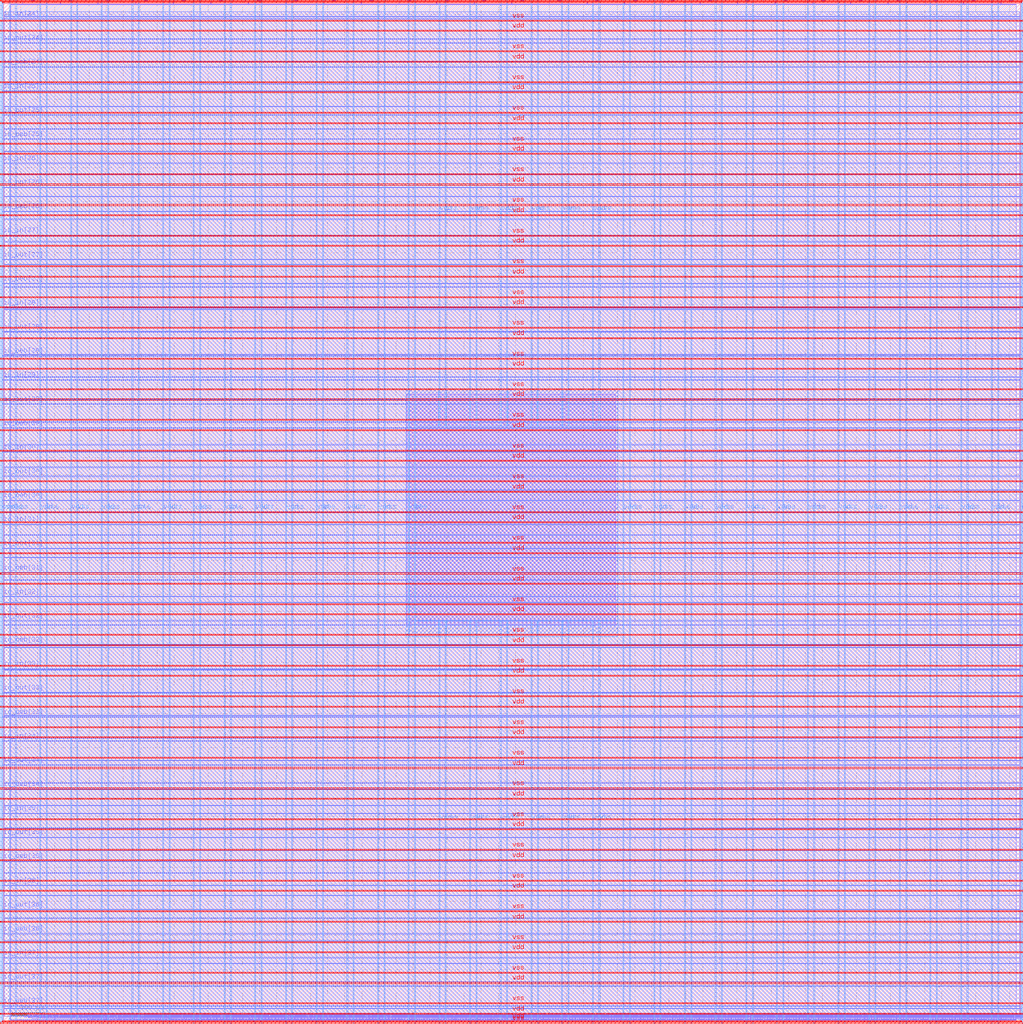
<source format=lef>
VERSION 5.7 ;
  NOWIREEXTENSIONATPIN ON ;
  DIVIDERCHAR "/" ;
  BUSBITCHARS "[]" ;
MACRO user_project_wrapper
  CLASS BLOCK ;
  FOREIGN user_project_wrapper ;
  ORIGIN 0.000 0.000 ;
  SIZE 2980.200 BY 2980.200 ;
  PIN io_in[0]
    DIRECTION INPUT ;
    USE SIGNAL ;
    PORT
      LAYER Metal3 ;
        RECT 2977.800 35.560 2985.000 36.680 ;
    END
  END io_in[0]
  PIN io_in[10]
    DIRECTION INPUT ;
    USE SIGNAL ;
    PORT
      LAYER Metal3 ;
        RECT 2977.800 2017.960 2985.000 2019.080 ;
    END
  END io_in[10]
  PIN io_in[11]
    DIRECTION INPUT ;
    USE SIGNAL ;
    PORT
      LAYER Metal3 ;
        RECT 2977.800 2216.200 2985.000 2217.320 ;
    END
  END io_in[11]
  PIN io_in[12]
    DIRECTION INPUT ;
    USE SIGNAL ;
    PORT
      LAYER Metal3 ;
        RECT 2977.800 2414.440 2985.000 2415.560 ;
    END
  END io_in[12]
  PIN io_in[13]
    DIRECTION INPUT ;
    USE SIGNAL ;
    PORT
      LAYER Metal3 ;
        RECT 2977.800 2612.680 2985.000 2613.800 ;
    END
  END io_in[13]
  PIN io_in[14]
    DIRECTION INPUT ;
    USE SIGNAL ;
    PORT
      LAYER Metal3 ;
        RECT 2977.800 2810.920 2985.000 2812.040 ;
    END
  END io_in[14]
  PIN io_in[15]
    DIRECTION INPUT ;
    USE SIGNAL ;
    PORT
      LAYER Metal2 ;
        RECT 2923.480 2977.800 2924.600 2985.000 ;
    END
  END io_in[15]
  PIN io_in[16]
    DIRECTION INPUT ;
    USE SIGNAL ;
    PORT
      LAYER Metal2 ;
        RECT 2592.520 2977.800 2593.640 2985.000 ;
    END
  END io_in[16]
  PIN io_in[17]
    DIRECTION INPUT ;
    USE SIGNAL ;
    PORT
      LAYER Metal2 ;
        RECT 2261.560 2977.800 2262.680 2985.000 ;
    END
  END io_in[17]
  PIN io_in[18]
    DIRECTION INPUT ;
    USE SIGNAL ;
    PORT
      LAYER Metal2 ;
        RECT 1930.600 2977.800 1931.720 2985.000 ;
    END
  END io_in[18]
  PIN io_in[19]
    DIRECTION INPUT ;
    USE SIGNAL ;
    PORT
      LAYER Metal2 ;
        RECT 1599.640 2977.800 1600.760 2985.000 ;
    END
  END io_in[19]
  PIN io_in[1]
    DIRECTION INPUT ;
    USE SIGNAL ;
    PORT
      LAYER Metal3 ;
        RECT 2977.800 233.800 2985.000 234.920 ;
    END
  END io_in[1]
  PIN io_in[20]
    DIRECTION INPUT ;
    USE SIGNAL ;
    PORT
      LAYER Metal2 ;
        RECT 1268.680 2977.800 1269.800 2985.000 ;
    END
  END io_in[20]
  PIN io_in[21]
    DIRECTION INPUT ;
    USE SIGNAL ;
    PORT
      LAYER Metal2 ;
        RECT 937.720 2977.800 938.840 2985.000 ;
    END
  END io_in[21]
  PIN io_in[22]
    DIRECTION INPUT ;
    USE SIGNAL ;
    PORT
      LAYER Metal2 ;
        RECT 606.760 2977.800 607.880 2985.000 ;
    END
  END io_in[22]
  PIN io_in[23]
    DIRECTION INPUT ;
    USE SIGNAL ;
    PORT
      LAYER Metal2 ;
        RECT 275.800 2977.800 276.920 2985.000 ;
    END
  END io_in[23]
  PIN io_in[24]
    DIRECTION INPUT ;
    USE SIGNAL ;
    PORT
      LAYER Metal3 ;
        RECT -4.800 2935.800 2.400 2936.920 ;
    END
  END io_in[24]
  PIN io_in[25]
    DIRECTION INPUT ;
    USE SIGNAL ;
    PORT
      LAYER Metal3 ;
        RECT -4.800 2724.120 2.400 2725.240 ;
    END
  END io_in[25]
  PIN io_in[26]
    DIRECTION INPUT ;
    USE SIGNAL ;
    PORT
      LAYER Metal3 ;
        RECT -4.800 2512.440 2.400 2513.560 ;
    END
  END io_in[26]
  PIN io_in[27]
    DIRECTION INPUT ;
    USE SIGNAL ;
    PORT
      LAYER Metal3 ;
        RECT -4.800 2300.760 2.400 2301.880 ;
    END
  END io_in[27]
  PIN io_in[28]
    DIRECTION INPUT ;
    USE SIGNAL ;
    PORT
      LAYER Metal3 ;
        RECT -4.800 2089.080 2.400 2090.200 ;
    END
  END io_in[28]
  PIN io_in[29]
    DIRECTION INPUT ;
    USE SIGNAL ;
    PORT
      LAYER Metal3 ;
        RECT -4.800 1877.400 2.400 1878.520 ;
    END
  END io_in[29]
  PIN io_in[2]
    DIRECTION INPUT ;
    USE SIGNAL ;
    PORT
      LAYER Metal3 ;
        RECT 2977.800 432.040 2985.000 433.160 ;
    END
  END io_in[2]
  PIN io_in[30]
    DIRECTION INPUT ;
    USE SIGNAL ;
    PORT
      LAYER Metal3 ;
        RECT -4.800 1665.720 2.400 1666.840 ;
    END
  END io_in[30]
  PIN io_in[31]
    DIRECTION INPUT ;
    USE SIGNAL ;
    PORT
      LAYER Metal3 ;
        RECT -4.800 1454.040 2.400 1455.160 ;
    END
  END io_in[31]
  PIN io_in[32]
    DIRECTION INPUT ;
    USE SIGNAL ;
    PORT
      LAYER Metal3 ;
        RECT -4.800 1242.360 2.400 1243.480 ;
    END
  END io_in[32]
  PIN io_in[33]
    DIRECTION INPUT ;
    USE SIGNAL ;
    PORT
      LAYER Metal3 ;
        RECT -4.800 1030.680 2.400 1031.800 ;
    END
  END io_in[33]
  PIN io_in[34]
    DIRECTION INPUT ;
    USE SIGNAL ;
    PORT
      LAYER Metal3 ;
        RECT -4.800 819.000 2.400 820.120 ;
    END
  END io_in[34]
  PIN io_in[35]
    DIRECTION INPUT ;
    USE SIGNAL ;
    PORT
      LAYER Metal3 ;
        RECT -4.800 607.320 2.400 608.440 ;
    END
  END io_in[35]
  PIN io_in[36]
    DIRECTION INPUT ;
    USE SIGNAL ;
    PORT
      LAYER Metal3 ;
        RECT -4.800 395.640 2.400 396.760 ;
    END
  END io_in[36]
  PIN io_in[37]
    DIRECTION INPUT ;
    USE SIGNAL ;
    PORT
      LAYER Metal3 ;
        RECT -4.800 183.960 2.400 185.080 ;
    END
  END io_in[37]
  PIN io_in[3]
    DIRECTION INPUT ;
    USE SIGNAL ;
    PORT
      LAYER Metal3 ;
        RECT 2977.800 630.280 2985.000 631.400 ;
    END
  END io_in[3]
  PIN io_in[4]
    DIRECTION INPUT ;
    USE SIGNAL ;
    PORT
      LAYER Metal3 ;
        RECT 2977.800 828.520 2985.000 829.640 ;
    END
  END io_in[4]
  PIN io_in[5]
    DIRECTION INPUT ;
    USE SIGNAL ;
    PORT
      LAYER Metal3 ;
        RECT 2977.800 1026.760 2985.000 1027.880 ;
    END
  END io_in[5]
  PIN io_in[6]
    DIRECTION INPUT ;
    USE SIGNAL ;
    PORT
      LAYER Metal3 ;
        RECT 2977.800 1225.000 2985.000 1226.120 ;
    END
  END io_in[6]
  PIN io_in[7]
    DIRECTION INPUT ;
    USE SIGNAL ;
    PORT
      LAYER Metal3 ;
        RECT 2977.800 1423.240 2985.000 1424.360 ;
    END
  END io_in[7]
  PIN io_in[8]
    DIRECTION INPUT ;
    USE SIGNAL ;
    PORT
      LAYER Metal3 ;
        RECT 2977.800 1621.480 2985.000 1622.600 ;
    END
  END io_in[8]
  PIN io_in[9]
    DIRECTION INPUT ;
    USE SIGNAL ;
    PORT
      LAYER Metal3 ;
        RECT 2977.800 1819.720 2985.000 1820.840 ;
    END
  END io_in[9]
  PIN io_oeb[0]
    DIRECTION OUTPUT TRISTATE ;
    USE SIGNAL ;
    PORT
      LAYER Metal3 ;
        RECT 2977.800 167.720 2985.000 168.840 ;
    END
  END io_oeb[0]
  PIN io_oeb[10]
    DIRECTION OUTPUT TRISTATE ;
    USE SIGNAL ;
    PORT
      LAYER Metal3 ;
        RECT 2977.800 2150.120 2985.000 2151.240 ;
    END
  END io_oeb[10]
  PIN io_oeb[11]
    DIRECTION OUTPUT TRISTATE ;
    USE SIGNAL ;
    PORT
      LAYER Metal3 ;
        RECT 2977.800 2348.360 2985.000 2349.480 ;
    END
  END io_oeb[11]
  PIN io_oeb[12]
    DIRECTION OUTPUT TRISTATE ;
    USE SIGNAL ;
    PORT
      LAYER Metal3 ;
        RECT 2977.800 2546.600 2985.000 2547.720 ;
    END
  END io_oeb[12]
  PIN io_oeb[13]
    DIRECTION OUTPUT TRISTATE ;
    USE SIGNAL ;
    PORT
      LAYER Metal3 ;
        RECT 2977.800 2744.840 2985.000 2745.960 ;
    END
  END io_oeb[13]
  PIN io_oeb[14]
    DIRECTION OUTPUT TRISTATE ;
    USE SIGNAL ;
    PORT
      LAYER Metal3 ;
        RECT 2977.800 2943.080 2985.000 2944.200 ;
    END
  END io_oeb[14]
  PIN io_oeb[15]
    DIRECTION OUTPUT TRISTATE ;
    USE SIGNAL ;
    PORT
      LAYER Metal2 ;
        RECT 2702.840 2977.800 2703.960 2985.000 ;
    END
  END io_oeb[15]
  PIN io_oeb[16]
    DIRECTION OUTPUT TRISTATE ;
    USE SIGNAL ;
    PORT
      LAYER Metal2 ;
        RECT 2371.880 2977.800 2373.000 2985.000 ;
    END
  END io_oeb[16]
  PIN io_oeb[17]
    DIRECTION OUTPUT TRISTATE ;
    USE SIGNAL ;
    PORT
      LAYER Metal2 ;
        RECT 2040.920 2977.800 2042.040 2985.000 ;
    END
  END io_oeb[17]
  PIN io_oeb[18]
    DIRECTION OUTPUT TRISTATE ;
    USE SIGNAL ;
    PORT
      LAYER Metal2 ;
        RECT 1709.960 2977.800 1711.080 2985.000 ;
    END
  END io_oeb[18]
  PIN io_oeb[19]
    DIRECTION OUTPUT TRISTATE ;
    USE SIGNAL ;
    PORT
      LAYER Metal2 ;
        RECT 1379.000 2977.800 1380.120 2985.000 ;
    END
  END io_oeb[19]
  PIN io_oeb[1]
    DIRECTION OUTPUT TRISTATE ;
    USE SIGNAL ;
    PORT
      LAYER Metal3 ;
        RECT 2977.800 365.960 2985.000 367.080 ;
    END
  END io_oeb[1]
  PIN io_oeb[20]
    DIRECTION OUTPUT TRISTATE ;
    USE SIGNAL ;
    PORT
      LAYER Metal2 ;
        RECT 1048.040 2977.800 1049.160 2985.000 ;
    END
  END io_oeb[20]
  PIN io_oeb[21]
    DIRECTION OUTPUT TRISTATE ;
    USE SIGNAL ;
    PORT
      LAYER Metal2 ;
        RECT 717.080 2977.800 718.200 2985.000 ;
    END
  END io_oeb[21]
  PIN io_oeb[22]
    DIRECTION OUTPUT TRISTATE ;
    USE SIGNAL ;
    PORT
      LAYER Metal2 ;
        RECT 386.120 2977.800 387.240 2985.000 ;
    END
  END io_oeb[22]
  PIN io_oeb[23]
    DIRECTION OUTPUT TRISTATE ;
    USE SIGNAL ;
    PORT
      LAYER Metal2 ;
        RECT 55.160 2977.800 56.280 2985.000 ;
    END
  END io_oeb[23]
  PIN io_oeb[24]
    DIRECTION OUTPUT TRISTATE ;
    USE SIGNAL ;
    PORT
      LAYER Metal3 ;
        RECT -4.800 2794.680 2.400 2795.800 ;
    END
  END io_oeb[24]
  PIN io_oeb[25]
    DIRECTION OUTPUT TRISTATE ;
    USE SIGNAL ;
    PORT
      LAYER Metal3 ;
        RECT -4.800 2583.000 2.400 2584.120 ;
    END
  END io_oeb[25]
  PIN io_oeb[26]
    DIRECTION OUTPUT TRISTATE ;
    USE SIGNAL ;
    PORT
      LAYER Metal3 ;
        RECT -4.800 2371.320 2.400 2372.440 ;
    END
  END io_oeb[26]
  PIN io_oeb[27]
    DIRECTION OUTPUT TRISTATE ;
    USE SIGNAL ;
    PORT
      LAYER Metal3 ;
        RECT -4.800 2159.640 2.400 2160.760 ;
    END
  END io_oeb[27]
  PIN io_oeb[28]
    DIRECTION OUTPUT TRISTATE ;
    USE SIGNAL ;
    PORT
      LAYER Metal3 ;
        RECT -4.800 1947.960 2.400 1949.080 ;
    END
  END io_oeb[28]
  PIN io_oeb[29]
    DIRECTION OUTPUT TRISTATE ;
    USE SIGNAL ;
    PORT
      LAYER Metal3 ;
        RECT -4.800 1736.280 2.400 1737.400 ;
    END
  END io_oeb[29]
  PIN io_oeb[2]
    DIRECTION OUTPUT TRISTATE ;
    USE SIGNAL ;
    PORT
      LAYER Metal3 ;
        RECT 2977.800 564.200 2985.000 565.320 ;
    END
  END io_oeb[2]
  PIN io_oeb[30]
    DIRECTION OUTPUT TRISTATE ;
    USE SIGNAL ;
    PORT
      LAYER Metal3 ;
        RECT -4.800 1524.600 2.400 1525.720 ;
    END
  END io_oeb[30]
  PIN io_oeb[31]
    DIRECTION OUTPUT TRISTATE ;
    USE SIGNAL ;
    PORT
      LAYER Metal3 ;
        RECT -4.800 1312.920 2.400 1314.040 ;
    END
  END io_oeb[31]
  PIN io_oeb[32]
    DIRECTION OUTPUT TRISTATE ;
    USE SIGNAL ;
    PORT
      LAYER Metal3 ;
        RECT -4.800 1101.240 2.400 1102.360 ;
    END
  END io_oeb[32]
  PIN io_oeb[33]
    DIRECTION OUTPUT TRISTATE ;
    USE SIGNAL ;
    PORT
      LAYER Metal3 ;
        RECT -4.800 889.560 2.400 890.680 ;
    END
  END io_oeb[33]
  PIN io_oeb[34]
    DIRECTION OUTPUT TRISTATE ;
    USE SIGNAL ;
    PORT
      LAYER Metal3 ;
        RECT -4.800 677.880 2.400 679.000 ;
    END
  END io_oeb[34]
  PIN io_oeb[35]
    DIRECTION OUTPUT TRISTATE ;
    USE SIGNAL ;
    PORT
      LAYER Metal3 ;
        RECT -4.800 466.200 2.400 467.320 ;
    END
  END io_oeb[35]
  PIN io_oeb[36]
    DIRECTION OUTPUT TRISTATE ;
    USE SIGNAL ;
    PORT
      LAYER Metal3 ;
        RECT -4.800 254.520 2.400 255.640 ;
    END
  END io_oeb[36]
  PIN io_oeb[37]
    DIRECTION OUTPUT TRISTATE ;
    USE SIGNAL ;
    PORT
      LAYER Metal3 ;
        RECT -4.800 42.840 2.400 43.960 ;
    END
  END io_oeb[37]
  PIN io_oeb[3]
    DIRECTION OUTPUT TRISTATE ;
    USE SIGNAL ;
    PORT
      LAYER Metal3 ;
        RECT 2977.800 762.440 2985.000 763.560 ;
    END
  END io_oeb[3]
  PIN io_oeb[4]
    DIRECTION OUTPUT TRISTATE ;
    USE SIGNAL ;
    PORT
      LAYER Metal3 ;
        RECT 2977.800 960.680 2985.000 961.800 ;
    END
  END io_oeb[4]
  PIN io_oeb[5]
    DIRECTION OUTPUT TRISTATE ;
    USE SIGNAL ;
    PORT
      LAYER Metal3 ;
        RECT 2977.800 1158.920 2985.000 1160.040 ;
    END
  END io_oeb[5]
  PIN io_oeb[6]
    DIRECTION OUTPUT TRISTATE ;
    USE SIGNAL ;
    PORT
      LAYER Metal3 ;
        RECT 2977.800 1357.160 2985.000 1358.280 ;
    END
  END io_oeb[6]
  PIN io_oeb[7]
    DIRECTION OUTPUT TRISTATE ;
    USE SIGNAL ;
    PORT
      LAYER Metal3 ;
        RECT 2977.800 1555.400 2985.000 1556.520 ;
    END
  END io_oeb[7]
  PIN io_oeb[8]
    DIRECTION OUTPUT TRISTATE ;
    USE SIGNAL ;
    PORT
      LAYER Metal3 ;
        RECT 2977.800 1753.640 2985.000 1754.760 ;
    END
  END io_oeb[8]
  PIN io_oeb[9]
    DIRECTION OUTPUT TRISTATE ;
    USE SIGNAL ;
    PORT
      LAYER Metal3 ;
        RECT 2977.800 1951.880 2985.000 1953.000 ;
    END
  END io_oeb[9]
  PIN io_out[0]
    DIRECTION OUTPUT TRISTATE ;
    USE SIGNAL ;
    PORT
      LAYER Metal3 ;
        RECT 2977.800 101.640 2985.000 102.760 ;
    END
  END io_out[0]
  PIN io_out[10]
    DIRECTION OUTPUT TRISTATE ;
    USE SIGNAL ;
    PORT
      LAYER Metal3 ;
        RECT 2977.800 2084.040 2985.000 2085.160 ;
    END
  END io_out[10]
  PIN io_out[11]
    DIRECTION OUTPUT TRISTATE ;
    USE SIGNAL ;
    PORT
      LAYER Metal3 ;
        RECT 2977.800 2282.280 2985.000 2283.400 ;
    END
  END io_out[11]
  PIN io_out[12]
    DIRECTION OUTPUT TRISTATE ;
    USE SIGNAL ;
    PORT
      LAYER Metal3 ;
        RECT 2977.800 2480.520 2985.000 2481.640 ;
    END
  END io_out[12]
  PIN io_out[13]
    DIRECTION OUTPUT TRISTATE ;
    USE SIGNAL ;
    PORT
      LAYER Metal3 ;
        RECT 2977.800 2678.760 2985.000 2679.880 ;
    END
  END io_out[13]
  PIN io_out[14]
    DIRECTION OUTPUT TRISTATE ;
    USE SIGNAL ;
    PORT
      LAYER Metal3 ;
        RECT 2977.800 2877.000 2985.000 2878.120 ;
    END
  END io_out[14]
  PIN io_out[15]
    DIRECTION OUTPUT TRISTATE ;
    USE SIGNAL ;
    PORT
      LAYER Metal2 ;
        RECT 2813.160 2977.800 2814.280 2985.000 ;
    END
  END io_out[15]
  PIN io_out[16]
    DIRECTION OUTPUT TRISTATE ;
    USE SIGNAL ;
    PORT
      LAYER Metal2 ;
        RECT 2482.200 2977.800 2483.320 2985.000 ;
    END
  END io_out[16]
  PIN io_out[17]
    DIRECTION OUTPUT TRISTATE ;
    USE SIGNAL ;
    PORT
      LAYER Metal2 ;
        RECT 2151.240 2977.800 2152.360 2985.000 ;
    END
  END io_out[17]
  PIN io_out[18]
    DIRECTION OUTPUT TRISTATE ;
    USE SIGNAL ;
    PORT
      LAYER Metal2 ;
        RECT 1820.280 2977.800 1821.400 2985.000 ;
    END
  END io_out[18]
  PIN io_out[19]
    DIRECTION OUTPUT TRISTATE ;
    USE SIGNAL ;
    PORT
      LAYER Metal2 ;
        RECT 1489.320 2977.800 1490.440 2985.000 ;
    END
  END io_out[19]
  PIN io_out[1]
    DIRECTION OUTPUT TRISTATE ;
    USE SIGNAL ;
    PORT
      LAYER Metal3 ;
        RECT 2977.800 299.880 2985.000 301.000 ;
    END
  END io_out[1]
  PIN io_out[20]
    DIRECTION OUTPUT TRISTATE ;
    USE SIGNAL ;
    PORT
      LAYER Metal2 ;
        RECT 1158.360 2977.800 1159.480 2985.000 ;
    END
  END io_out[20]
  PIN io_out[21]
    DIRECTION OUTPUT TRISTATE ;
    USE SIGNAL ;
    PORT
      LAYER Metal2 ;
        RECT 827.400 2977.800 828.520 2985.000 ;
    END
  END io_out[21]
  PIN io_out[22]
    DIRECTION OUTPUT TRISTATE ;
    USE SIGNAL ;
    PORT
      LAYER Metal2 ;
        RECT 496.440 2977.800 497.560 2985.000 ;
    END
  END io_out[22]
  PIN io_out[23]
    DIRECTION OUTPUT TRISTATE ;
    USE SIGNAL ;
    PORT
      LAYER Metal2 ;
        RECT 165.480 2977.800 166.600 2985.000 ;
    END
  END io_out[23]
  PIN io_out[24]
    DIRECTION OUTPUT TRISTATE ;
    USE SIGNAL ;
    PORT
      LAYER Metal3 ;
        RECT -4.800 2865.240 2.400 2866.360 ;
    END
  END io_out[24]
  PIN io_out[25]
    DIRECTION OUTPUT TRISTATE ;
    USE SIGNAL ;
    PORT
      LAYER Metal3 ;
        RECT -4.800 2653.560 2.400 2654.680 ;
    END
  END io_out[25]
  PIN io_out[26]
    DIRECTION OUTPUT TRISTATE ;
    USE SIGNAL ;
    PORT
      LAYER Metal3 ;
        RECT -4.800 2441.880 2.400 2443.000 ;
    END
  END io_out[26]
  PIN io_out[27]
    DIRECTION OUTPUT TRISTATE ;
    USE SIGNAL ;
    PORT
      LAYER Metal3 ;
        RECT -4.800 2230.200 2.400 2231.320 ;
    END
  END io_out[27]
  PIN io_out[28]
    DIRECTION OUTPUT TRISTATE ;
    USE SIGNAL ;
    PORT
      LAYER Metal3 ;
        RECT -4.800 2018.520 2.400 2019.640 ;
    END
  END io_out[28]
  PIN io_out[29]
    DIRECTION OUTPUT TRISTATE ;
    USE SIGNAL ;
    PORT
      LAYER Metal3 ;
        RECT -4.800 1806.840 2.400 1807.960 ;
    END
  END io_out[29]
  PIN io_out[2]
    DIRECTION OUTPUT TRISTATE ;
    USE SIGNAL ;
    PORT
      LAYER Metal3 ;
        RECT 2977.800 498.120 2985.000 499.240 ;
    END
  END io_out[2]
  PIN io_out[30]
    DIRECTION OUTPUT TRISTATE ;
    USE SIGNAL ;
    PORT
      LAYER Metal3 ;
        RECT -4.800 1595.160 2.400 1596.280 ;
    END
  END io_out[30]
  PIN io_out[31]
    DIRECTION OUTPUT TRISTATE ;
    USE SIGNAL ;
    PORT
      LAYER Metal3 ;
        RECT -4.800 1383.480 2.400 1384.600 ;
    END
  END io_out[31]
  PIN io_out[32]
    DIRECTION OUTPUT TRISTATE ;
    USE SIGNAL ;
    PORT
      LAYER Metal3 ;
        RECT -4.800 1171.800 2.400 1172.920 ;
    END
  END io_out[32]
  PIN io_out[33]
    DIRECTION OUTPUT TRISTATE ;
    USE SIGNAL ;
    PORT
      LAYER Metal3 ;
        RECT -4.800 960.120 2.400 961.240 ;
    END
  END io_out[33]
  PIN io_out[34]
    DIRECTION OUTPUT TRISTATE ;
    USE SIGNAL ;
    PORT
      LAYER Metal3 ;
        RECT -4.800 748.440 2.400 749.560 ;
    END
  END io_out[34]
  PIN io_out[35]
    DIRECTION OUTPUT TRISTATE ;
    USE SIGNAL ;
    PORT
      LAYER Metal3 ;
        RECT -4.800 536.760 2.400 537.880 ;
    END
  END io_out[35]
  PIN io_out[36]
    DIRECTION OUTPUT TRISTATE ;
    USE SIGNAL ;
    PORT
      LAYER Metal3 ;
        RECT -4.800 325.080 2.400 326.200 ;
    END
  END io_out[36]
  PIN io_out[37]
    DIRECTION OUTPUT TRISTATE ;
    USE SIGNAL ;
    PORT
      LAYER Metal3 ;
        RECT -4.800 113.400 2.400 114.520 ;
    END
  END io_out[37]
  PIN io_out[3]
    DIRECTION OUTPUT TRISTATE ;
    USE SIGNAL ;
    PORT
      LAYER Metal3 ;
        RECT 2977.800 696.360 2985.000 697.480 ;
    END
  END io_out[3]
  PIN io_out[4]
    DIRECTION OUTPUT TRISTATE ;
    USE SIGNAL ;
    PORT
      LAYER Metal3 ;
        RECT 2977.800 894.600 2985.000 895.720 ;
    END
  END io_out[4]
  PIN io_out[5]
    DIRECTION OUTPUT TRISTATE ;
    USE SIGNAL ;
    PORT
      LAYER Metal3 ;
        RECT 2977.800 1092.840 2985.000 1093.960 ;
    END
  END io_out[5]
  PIN io_out[6]
    DIRECTION OUTPUT TRISTATE ;
    USE SIGNAL ;
    PORT
      LAYER Metal3 ;
        RECT 2977.800 1291.080 2985.000 1292.200 ;
    END
  END io_out[6]
  PIN io_out[7]
    DIRECTION OUTPUT TRISTATE ;
    USE SIGNAL ;
    PORT
      LAYER Metal3 ;
        RECT 2977.800 1489.320 2985.000 1490.440 ;
    END
  END io_out[7]
  PIN io_out[8]
    DIRECTION OUTPUT TRISTATE ;
    USE SIGNAL ;
    PORT
      LAYER Metal3 ;
        RECT 2977.800 1687.560 2985.000 1688.680 ;
    END
  END io_out[8]
  PIN io_out[9]
    DIRECTION OUTPUT TRISTATE ;
    USE SIGNAL ;
    PORT
      LAYER Metal3 ;
        RECT 2977.800 1885.800 2985.000 1886.920 ;
    END
  END io_out[9]
  PIN la_data_in[0]
    DIRECTION INPUT ;
    USE SIGNAL ;
    PORT
      LAYER Metal2 ;
        RECT 1065.960 -4.800 1067.080 2.400 ;
    END
  END la_data_in[0]
  PIN la_data_in[10]
    DIRECTION INPUT ;
    USE SIGNAL ;
    PORT
      LAYER Metal2 ;
        RECT 1351.560 -4.800 1352.680 2.400 ;
    END
  END la_data_in[10]
  PIN la_data_in[11]
    DIRECTION INPUT ;
    USE SIGNAL ;
    PORT
      LAYER Metal2 ;
        RECT 1380.120 -4.800 1381.240 2.400 ;
    END
  END la_data_in[11]
  PIN la_data_in[12]
    DIRECTION INPUT ;
    USE SIGNAL ;
    PORT
      LAYER Metal2 ;
        RECT 1408.680 -4.800 1409.800 2.400 ;
    END
  END la_data_in[12]
  PIN la_data_in[13]
    DIRECTION INPUT ;
    USE SIGNAL ;
    PORT
      LAYER Metal2 ;
        RECT 1437.240 -4.800 1438.360 2.400 ;
    END
  END la_data_in[13]
  PIN la_data_in[14]
    DIRECTION INPUT ;
    USE SIGNAL ;
    PORT
      LAYER Metal2 ;
        RECT 1465.800 -4.800 1466.920 2.400 ;
    END
  END la_data_in[14]
  PIN la_data_in[15]
    DIRECTION INPUT ;
    USE SIGNAL ;
    PORT
      LAYER Metal2 ;
        RECT 1494.360 -4.800 1495.480 2.400 ;
    END
  END la_data_in[15]
  PIN la_data_in[16]
    DIRECTION INPUT ;
    USE SIGNAL ;
    PORT
      LAYER Metal2 ;
        RECT 1522.920 -4.800 1524.040 2.400 ;
    END
  END la_data_in[16]
  PIN la_data_in[17]
    DIRECTION INPUT ;
    USE SIGNAL ;
    PORT
      LAYER Metal2 ;
        RECT 1551.480 -4.800 1552.600 2.400 ;
    END
  END la_data_in[17]
  PIN la_data_in[18]
    DIRECTION INPUT ;
    USE SIGNAL ;
    PORT
      LAYER Metal2 ;
        RECT 1580.040 -4.800 1581.160 2.400 ;
    END
  END la_data_in[18]
  PIN la_data_in[19]
    DIRECTION INPUT ;
    USE SIGNAL ;
    PORT
      LAYER Metal2 ;
        RECT 1608.600 -4.800 1609.720 2.400 ;
    END
  END la_data_in[19]
  PIN la_data_in[1]
    DIRECTION INPUT ;
    USE SIGNAL ;
    PORT
      LAYER Metal2 ;
        RECT 1094.520 -4.800 1095.640 2.400 ;
    END
  END la_data_in[1]
  PIN la_data_in[20]
    DIRECTION INPUT ;
    USE SIGNAL ;
    PORT
      LAYER Metal2 ;
        RECT 1637.160 -4.800 1638.280 2.400 ;
    END
  END la_data_in[20]
  PIN la_data_in[21]
    DIRECTION INPUT ;
    USE SIGNAL ;
    PORT
      LAYER Metal2 ;
        RECT 1665.720 -4.800 1666.840 2.400 ;
    END
  END la_data_in[21]
  PIN la_data_in[22]
    DIRECTION INPUT ;
    USE SIGNAL ;
    PORT
      LAYER Metal2 ;
        RECT 1694.280 -4.800 1695.400 2.400 ;
    END
  END la_data_in[22]
  PIN la_data_in[23]
    DIRECTION INPUT ;
    USE SIGNAL ;
    PORT
      LAYER Metal2 ;
        RECT 1722.840 -4.800 1723.960 2.400 ;
    END
  END la_data_in[23]
  PIN la_data_in[24]
    DIRECTION INPUT ;
    USE SIGNAL ;
    PORT
      LAYER Metal2 ;
        RECT 1751.400 -4.800 1752.520 2.400 ;
    END
  END la_data_in[24]
  PIN la_data_in[25]
    DIRECTION INPUT ;
    USE SIGNAL ;
    PORT
      LAYER Metal2 ;
        RECT 1779.960 -4.800 1781.080 2.400 ;
    END
  END la_data_in[25]
  PIN la_data_in[26]
    DIRECTION INPUT ;
    USE SIGNAL ;
    PORT
      LAYER Metal2 ;
        RECT 1808.520 -4.800 1809.640 2.400 ;
    END
  END la_data_in[26]
  PIN la_data_in[27]
    DIRECTION INPUT ;
    USE SIGNAL ;
    PORT
      LAYER Metal2 ;
        RECT 1837.080 -4.800 1838.200 2.400 ;
    END
  END la_data_in[27]
  PIN la_data_in[28]
    DIRECTION INPUT ;
    USE SIGNAL ;
    PORT
      LAYER Metal2 ;
        RECT 1865.640 -4.800 1866.760 2.400 ;
    END
  END la_data_in[28]
  PIN la_data_in[29]
    DIRECTION INPUT ;
    USE SIGNAL ;
    PORT
      LAYER Metal2 ;
        RECT 1894.200 -4.800 1895.320 2.400 ;
    END
  END la_data_in[29]
  PIN la_data_in[2]
    DIRECTION INPUT ;
    USE SIGNAL ;
    PORT
      LAYER Metal2 ;
        RECT 1123.080 -4.800 1124.200 2.400 ;
    END
  END la_data_in[2]
  PIN la_data_in[30]
    DIRECTION INPUT ;
    USE SIGNAL ;
    PORT
      LAYER Metal2 ;
        RECT 1922.760 -4.800 1923.880 2.400 ;
    END
  END la_data_in[30]
  PIN la_data_in[31]
    DIRECTION INPUT ;
    USE SIGNAL ;
    PORT
      LAYER Metal2 ;
        RECT 1951.320 -4.800 1952.440 2.400 ;
    END
  END la_data_in[31]
  PIN la_data_in[32]
    DIRECTION INPUT ;
    USE SIGNAL ;
    PORT
      LAYER Metal2 ;
        RECT 1979.880 -4.800 1981.000 2.400 ;
    END
  END la_data_in[32]
  PIN la_data_in[33]
    DIRECTION INPUT ;
    USE SIGNAL ;
    PORT
      LAYER Metal2 ;
        RECT 2008.440 -4.800 2009.560 2.400 ;
    END
  END la_data_in[33]
  PIN la_data_in[34]
    DIRECTION INPUT ;
    USE SIGNAL ;
    PORT
      LAYER Metal2 ;
        RECT 2037.000 -4.800 2038.120 2.400 ;
    END
  END la_data_in[34]
  PIN la_data_in[35]
    DIRECTION INPUT ;
    USE SIGNAL ;
    PORT
      LAYER Metal2 ;
        RECT 2065.560 -4.800 2066.680 2.400 ;
    END
  END la_data_in[35]
  PIN la_data_in[36]
    DIRECTION INPUT ;
    USE SIGNAL ;
    PORT
      LAYER Metal2 ;
        RECT 2094.120 -4.800 2095.240 2.400 ;
    END
  END la_data_in[36]
  PIN la_data_in[37]
    DIRECTION INPUT ;
    USE SIGNAL ;
    PORT
      LAYER Metal2 ;
        RECT 2122.680 -4.800 2123.800 2.400 ;
    END
  END la_data_in[37]
  PIN la_data_in[38]
    DIRECTION INPUT ;
    USE SIGNAL ;
    PORT
      LAYER Metal2 ;
        RECT 2151.240 -4.800 2152.360 2.400 ;
    END
  END la_data_in[38]
  PIN la_data_in[39]
    DIRECTION INPUT ;
    USE SIGNAL ;
    PORT
      LAYER Metal2 ;
        RECT 2179.800 -4.800 2180.920 2.400 ;
    END
  END la_data_in[39]
  PIN la_data_in[3]
    DIRECTION INPUT ;
    USE SIGNAL ;
    PORT
      LAYER Metal2 ;
        RECT 1151.640 -4.800 1152.760 2.400 ;
    END
  END la_data_in[3]
  PIN la_data_in[40]
    DIRECTION INPUT ;
    USE SIGNAL ;
    PORT
      LAYER Metal2 ;
        RECT 2208.360 -4.800 2209.480 2.400 ;
    END
  END la_data_in[40]
  PIN la_data_in[41]
    DIRECTION INPUT ;
    USE SIGNAL ;
    PORT
      LAYER Metal2 ;
        RECT 2236.920 -4.800 2238.040 2.400 ;
    END
  END la_data_in[41]
  PIN la_data_in[42]
    DIRECTION INPUT ;
    USE SIGNAL ;
    PORT
      LAYER Metal2 ;
        RECT 2265.480 -4.800 2266.600 2.400 ;
    END
  END la_data_in[42]
  PIN la_data_in[43]
    DIRECTION INPUT ;
    USE SIGNAL ;
    PORT
      LAYER Metal2 ;
        RECT 2294.040 -4.800 2295.160 2.400 ;
    END
  END la_data_in[43]
  PIN la_data_in[44]
    DIRECTION INPUT ;
    USE SIGNAL ;
    PORT
      LAYER Metal2 ;
        RECT 2322.600 -4.800 2323.720 2.400 ;
    END
  END la_data_in[44]
  PIN la_data_in[45]
    DIRECTION INPUT ;
    USE SIGNAL ;
    PORT
      LAYER Metal2 ;
        RECT 2351.160 -4.800 2352.280 2.400 ;
    END
  END la_data_in[45]
  PIN la_data_in[46]
    DIRECTION INPUT ;
    USE SIGNAL ;
    PORT
      LAYER Metal2 ;
        RECT 2379.720 -4.800 2380.840 2.400 ;
    END
  END la_data_in[46]
  PIN la_data_in[47]
    DIRECTION INPUT ;
    USE SIGNAL ;
    PORT
      LAYER Metal2 ;
        RECT 2408.280 -4.800 2409.400 2.400 ;
    END
  END la_data_in[47]
  PIN la_data_in[48]
    DIRECTION INPUT ;
    USE SIGNAL ;
    PORT
      LAYER Metal2 ;
        RECT 2436.840 -4.800 2437.960 2.400 ;
    END
  END la_data_in[48]
  PIN la_data_in[49]
    DIRECTION INPUT ;
    USE SIGNAL ;
    PORT
      LAYER Metal2 ;
        RECT 2465.400 -4.800 2466.520 2.400 ;
    END
  END la_data_in[49]
  PIN la_data_in[4]
    DIRECTION INPUT ;
    USE SIGNAL ;
    PORT
      LAYER Metal2 ;
        RECT 1180.200 -4.800 1181.320 2.400 ;
    END
  END la_data_in[4]
  PIN la_data_in[50]
    DIRECTION INPUT ;
    USE SIGNAL ;
    PORT
      LAYER Metal2 ;
        RECT 2493.960 -4.800 2495.080 2.400 ;
    END
  END la_data_in[50]
  PIN la_data_in[51]
    DIRECTION INPUT ;
    USE SIGNAL ;
    PORT
      LAYER Metal2 ;
        RECT 2522.520 -4.800 2523.640 2.400 ;
    END
  END la_data_in[51]
  PIN la_data_in[52]
    DIRECTION INPUT ;
    USE SIGNAL ;
    PORT
      LAYER Metal2 ;
        RECT 2551.080 -4.800 2552.200 2.400 ;
    END
  END la_data_in[52]
  PIN la_data_in[53]
    DIRECTION INPUT ;
    USE SIGNAL ;
    PORT
      LAYER Metal2 ;
        RECT 2579.640 -4.800 2580.760 2.400 ;
    END
  END la_data_in[53]
  PIN la_data_in[54]
    DIRECTION INPUT ;
    USE SIGNAL ;
    PORT
      LAYER Metal2 ;
        RECT 2608.200 -4.800 2609.320 2.400 ;
    END
  END la_data_in[54]
  PIN la_data_in[55]
    DIRECTION INPUT ;
    USE SIGNAL ;
    PORT
      LAYER Metal2 ;
        RECT 2636.760 -4.800 2637.880 2.400 ;
    END
  END la_data_in[55]
  PIN la_data_in[56]
    DIRECTION INPUT ;
    USE SIGNAL ;
    PORT
      LAYER Metal2 ;
        RECT 2665.320 -4.800 2666.440 2.400 ;
    END
  END la_data_in[56]
  PIN la_data_in[57]
    DIRECTION INPUT ;
    USE SIGNAL ;
    PORT
      LAYER Metal2 ;
        RECT 2693.880 -4.800 2695.000 2.400 ;
    END
  END la_data_in[57]
  PIN la_data_in[58]
    DIRECTION INPUT ;
    USE SIGNAL ;
    PORT
      LAYER Metal2 ;
        RECT 2722.440 -4.800 2723.560 2.400 ;
    END
  END la_data_in[58]
  PIN la_data_in[59]
    DIRECTION INPUT ;
    USE SIGNAL ;
    PORT
      LAYER Metal2 ;
        RECT 2751.000 -4.800 2752.120 2.400 ;
    END
  END la_data_in[59]
  PIN la_data_in[5]
    DIRECTION INPUT ;
    USE SIGNAL ;
    PORT
      LAYER Metal2 ;
        RECT 1208.760 -4.800 1209.880 2.400 ;
    END
  END la_data_in[5]
  PIN la_data_in[60]
    DIRECTION INPUT ;
    USE SIGNAL ;
    PORT
      LAYER Metal2 ;
        RECT 2779.560 -4.800 2780.680 2.400 ;
    END
  END la_data_in[60]
  PIN la_data_in[61]
    DIRECTION INPUT ;
    USE SIGNAL ;
    PORT
      LAYER Metal2 ;
        RECT 2808.120 -4.800 2809.240 2.400 ;
    END
  END la_data_in[61]
  PIN la_data_in[62]
    DIRECTION INPUT ;
    USE SIGNAL ;
    PORT
      LAYER Metal2 ;
        RECT 2836.680 -4.800 2837.800 2.400 ;
    END
  END la_data_in[62]
  PIN la_data_in[63]
    DIRECTION INPUT ;
    USE SIGNAL ;
    PORT
      LAYER Metal2 ;
        RECT 2865.240 -4.800 2866.360 2.400 ;
    END
  END la_data_in[63]
  PIN la_data_in[6]
    DIRECTION INPUT ;
    USE SIGNAL ;
    PORT
      LAYER Metal2 ;
        RECT 1237.320 -4.800 1238.440 2.400 ;
    END
  END la_data_in[6]
  PIN la_data_in[7]
    DIRECTION INPUT ;
    USE SIGNAL ;
    PORT
      LAYER Metal2 ;
        RECT 1265.880 -4.800 1267.000 2.400 ;
    END
  END la_data_in[7]
  PIN la_data_in[8]
    DIRECTION INPUT ;
    USE SIGNAL ;
    PORT
      LAYER Metal2 ;
        RECT 1294.440 -4.800 1295.560 2.400 ;
    END
  END la_data_in[8]
  PIN la_data_in[9]
    DIRECTION INPUT ;
    USE SIGNAL ;
    PORT
      LAYER Metal2 ;
        RECT 1323.000 -4.800 1324.120 2.400 ;
    END
  END la_data_in[9]
  PIN la_data_out[0]
    DIRECTION OUTPUT TRISTATE ;
    USE SIGNAL ;
    PORT
      LAYER Metal2 ;
        RECT 1075.480 -4.800 1076.600 2.400 ;
    END
  END la_data_out[0]
  PIN la_data_out[10]
    DIRECTION OUTPUT TRISTATE ;
    USE SIGNAL ;
    PORT
      LAYER Metal2 ;
        RECT 1361.080 -4.800 1362.200 2.400 ;
    END
  END la_data_out[10]
  PIN la_data_out[11]
    DIRECTION OUTPUT TRISTATE ;
    USE SIGNAL ;
    PORT
      LAYER Metal2 ;
        RECT 1389.640 -4.800 1390.760 2.400 ;
    END
  END la_data_out[11]
  PIN la_data_out[12]
    DIRECTION OUTPUT TRISTATE ;
    USE SIGNAL ;
    PORT
      LAYER Metal2 ;
        RECT 1418.200 -4.800 1419.320 2.400 ;
    END
  END la_data_out[12]
  PIN la_data_out[13]
    DIRECTION OUTPUT TRISTATE ;
    USE SIGNAL ;
    PORT
      LAYER Metal2 ;
        RECT 1446.760 -4.800 1447.880 2.400 ;
    END
  END la_data_out[13]
  PIN la_data_out[14]
    DIRECTION OUTPUT TRISTATE ;
    USE SIGNAL ;
    PORT
      LAYER Metal2 ;
        RECT 1475.320 -4.800 1476.440 2.400 ;
    END
  END la_data_out[14]
  PIN la_data_out[15]
    DIRECTION OUTPUT TRISTATE ;
    USE SIGNAL ;
    PORT
      LAYER Metal2 ;
        RECT 1503.880 -4.800 1505.000 2.400 ;
    END
  END la_data_out[15]
  PIN la_data_out[16]
    DIRECTION OUTPUT TRISTATE ;
    USE SIGNAL ;
    PORT
      LAYER Metal2 ;
        RECT 1532.440 -4.800 1533.560 2.400 ;
    END
  END la_data_out[16]
  PIN la_data_out[17]
    DIRECTION OUTPUT TRISTATE ;
    USE SIGNAL ;
    PORT
      LAYER Metal2 ;
        RECT 1561.000 -4.800 1562.120 2.400 ;
    END
  END la_data_out[17]
  PIN la_data_out[18]
    DIRECTION OUTPUT TRISTATE ;
    USE SIGNAL ;
    PORT
      LAYER Metal2 ;
        RECT 1589.560 -4.800 1590.680 2.400 ;
    END
  END la_data_out[18]
  PIN la_data_out[19]
    DIRECTION OUTPUT TRISTATE ;
    USE SIGNAL ;
    PORT
      LAYER Metal2 ;
        RECT 1618.120 -4.800 1619.240 2.400 ;
    END
  END la_data_out[19]
  PIN la_data_out[1]
    DIRECTION OUTPUT TRISTATE ;
    USE SIGNAL ;
    PORT
      LAYER Metal2 ;
        RECT 1104.040 -4.800 1105.160 2.400 ;
    END
  END la_data_out[1]
  PIN la_data_out[20]
    DIRECTION OUTPUT TRISTATE ;
    USE SIGNAL ;
    PORT
      LAYER Metal2 ;
        RECT 1646.680 -4.800 1647.800 2.400 ;
    END
  END la_data_out[20]
  PIN la_data_out[21]
    DIRECTION OUTPUT TRISTATE ;
    USE SIGNAL ;
    PORT
      LAYER Metal2 ;
        RECT 1675.240 -4.800 1676.360 2.400 ;
    END
  END la_data_out[21]
  PIN la_data_out[22]
    DIRECTION OUTPUT TRISTATE ;
    USE SIGNAL ;
    PORT
      LAYER Metal2 ;
        RECT 1703.800 -4.800 1704.920 2.400 ;
    END
  END la_data_out[22]
  PIN la_data_out[23]
    DIRECTION OUTPUT TRISTATE ;
    USE SIGNAL ;
    PORT
      LAYER Metal2 ;
        RECT 1732.360 -4.800 1733.480 2.400 ;
    END
  END la_data_out[23]
  PIN la_data_out[24]
    DIRECTION OUTPUT TRISTATE ;
    USE SIGNAL ;
    PORT
      LAYER Metal2 ;
        RECT 1760.920 -4.800 1762.040 2.400 ;
    END
  END la_data_out[24]
  PIN la_data_out[25]
    DIRECTION OUTPUT TRISTATE ;
    USE SIGNAL ;
    PORT
      LAYER Metal2 ;
        RECT 1789.480 -4.800 1790.600 2.400 ;
    END
  END la_data_out[25]
  PIN la_data_out[26]
    DIRECTION OUTPUT TRISTATE ;
    USE SIGNAL ;
    PORT
      LAYER Metal2 ;
        RECT 1818.040 -4.800 1819.160 2.400 ;
    END
  END la_data_out[26]
  PIN la_data_out[27]
    DIRECTION OUTPUT TRISTATE ;
    USE SIGNAL ;
    PORT
      LAYER Metal2 ;
        RECT 1846.600 -4.800 1847.720 2.400 ;
    END
  END la_data_out[27]
  PIN la_data_out[28]
    DIRECTION OUTPUT TRISTATE ;
    USE SIGNAL ;
    PORT
      LAYER Metal2 ;
        RECT 1875.160 -4.800 1876.280 2.400 ;
    END
  END la_data_out[28]
  PIN la_data_out[29]
    DIRECTION OUTPUT TRISTATE ;
    USE SIGNAL ;
    PORT
      LAYER Metal2 ;
        RECT 1903.720 -4.800 1904.840 2.400 ;
    END
  END la_data_out[29]
  PIN la_data_out[2]
    DIRECTION OUTPUT TRISTATE ;
    USE SIGNAL ;
    PORT
      LAYER Metal2 ;
        RECT 1132.600 -4.800 1133.720 2.400 ;
    END
  END la_data_out[2]
  PIN la_data_out[30]
    DIRECTION OUTPUT TRISTATE ;
    USE SIGNAL ;
    PORT
      LAYER Metal2 ;
        RECT 1932.280 -4.800 1933.400 2.400 ;
    END
  END la_data_out[30]
  PIN la_data_out[31]
    DIRECTION OUTPUT TRISTATE ;
    USE SIGNAL ;
    PORT
      LAYER Metal2 ;
        RECT 1960.840 -4.800 1961.960 2.400 ;
    END
  END la_data_out[31]
  PIN la_data_out[32]
    DIRECTION OUTPUT TRISTATE ;
    USE SIGNAL ;
    PORT
      LAYER Metal2 ;
        RECT 1989.400 -4.800 1990.520 2.400 ;
    END
  END la_data_out[32]
  PIN la_data_out[33]
    DIRECTION OUTPUT TRISTATE ;
    USE SIGNAL ;
    PORT
      LAYER Metal2 ;
        RECT 2017.960 -4.800 2019.080 2.400 ;
    END
  END la_data_out[33]
  PIN la_data_out[34]
    DIRECTION OUTPUT TRISTATE ;
    USE SIGNAL ;
    PORT
      LAYER Metal2 ;
        RECT 2046.520 -4.800 2047.640 2.400 ;
    END
  END la_data_out[34]
  PIN la_data_out[35]
    DIRECTION OUTPUT TRISTATE ;
    USE SIGNAL ;
    PORT
      LAYER Metal2 ;
        RECT 2075.080 -4.800 2076.200 2.400 ;
    END
  END la_data_out[35]
  PIN la_data_out[36]
    DIRECTION OUTPUT TRISTATE ;
    USE SIGNAL ;
    PORT
      LAYER Metal2 ;
        RECT 2103.640 -4.800 2104.760 2.400 ;
    END
  END la_data_out[36]
  PIN la_data_out[37]
    DIRECTION OUTPUT TRISTATE ;
    USE SIGNAL ;
    PORT
      LAYER Metal2 ;
        RECT 2132.200 -4.800 2133.320 2.400 ;
    END
  END la_data_out[37]
  PIN la_data_out[38]
    DIRECTION OUTPUT TRISTATE ;
    USE SIGNAL ;
    PORT
      LAYER Metal2 ;
        RECT 2160.760 -4.800 2161.880 2.400 ;
    END
  END la_data_out[38]
  PIN la_data_out[39]
    DIRECTION OUTPUT TRISTATE ;
    USE SIGNAL ;
    PORT
      LAYER Metal2 ;
        RECT 2189.320 -4.800 2190.440 2.400 ;
    END
  END la_data_out[39]
  PIN la_data_out[3]
    DIRECTION OUTPUT TRISTATE ;
    USE SIGNAL ;
    PORT
      LAYER Metal2 ;
        RECT 1161.160 -4.800 1162.280 2.400 ;
    END
  END la_data_out[3]
  PIN la_data_out[40]
    DIRECTION OUTPUT TRISTATE ;
    USE SIGNAL ;
    PORT
      LAYER Metal2 ;
        RECT 2217.880 -4.800 2219.000 2.400 ;
    END
  END la_data_out[40]
  PIN la_data_out[41]
    DIRECTION OUTPUT TRISTATE ;
    USE SIGNAL ;
    PORT
      LAYER Metal2 ;
        RECT 2246.440 -4.800 2247.560 2.400 ;
    END
  END la_data_out[41]
  PIN la_data_out[42]
    DIRECTION OUTPUT TRISTATE ;
    USE SIGNAL ;
    PORT
      LAYER Metal2 ;
        RECT 2275.000 -4.800 2276.120 2.400 ;
    END
  END la_data_out[42]
  PIN la_data_out[43]
    DIRECTION OUTPUT TRISTATE ;
    USE SIGNAL ;
    PORT
      LAYER Metal2 ;
        RECT 2303.560 -4.800 2304.680 2.400 ;
    END
  END la_data_out[43]
  PIN la_data_out[44]
    DIRECTION OUTPUT TRISTATE ;
    USE SIGNAL ;
    PORT
      LAYER Metal2 ;
        RECT 2332.120 -4.800 2333.240 2.400 ;
    END
  END la_data_out[44]
  PIN la_data_out[45]
    DIRECTION OUTPUT TRISTATE ;
    USE SIGNAL ;
    PORT
      LAYER Metal2 ;
        RECT 2360.680 -4.800 2361.800 2.400 ;
    END
  END la_data_out[45]
  PIN la_data_out[46]
    DIRECTION OUTPUT TRISTATE ;
    USE SIGNAL ;
    PORT
      LAYER Metal2 ;
        RECT 2389.240 -4.800 2390.360 2.400 ;
    END
  END la_data_out[46]
  PIN la_data_out[47]
    DIRECTION OUTPUT TRISTATE ;
    USE SIGNAL ;
    PORT
      LAYER Metal2 ;
        RECT 2417.800 -4.800 2418.920 2.400 ;
    END
  END la_data_out[47]
  PIN la_data_out[48]
    DIRECTION OUTPUT TRISTATE ;
    USE SIGNAL ;
    PORT
      LAYER Metal2 ;
        RECT 2446.360 -4.800 2447.480 2.400 ;
    END
  END la_data_out[48]
  PIN la_data_out[49]
    DIRECTION OUTPUT TRISTATE ;
    USE SIGNAL ;
    PORT
      LAYER Metal2 ;
        RECT 2474.920 -4.800 2476.040 2.400 ;
    END
  END la_data_out[49]
  PIN la_data_out[4]
    DIRECTION OUTPUT TRISTATE ;
    USE SIGNAL ;
    PORT
      LAYER Metal2 ;
        RECT 1189.720 -4.800 1190.840 2.400 ;
    END
  END la_data_out[4]
  PIN la_data_out[50]
    DIRECTION OUTPUT TRISTATE ;
    USE SIGNAL ;
    PORT
      LAYER Metal2 ;
        RECT 2503.480 -4.800 2504.600 2.400 ;
    END
  END la_data_out[50]
  PIN la_data_out[51]
    DIRECTION OUTPUT TRISTATE ;
    USE SIGNAL ;
    PORT
      LAYER Metal2 ;
        RECT 2532.040 -4.800 2533.160 2.400 ;
    END
  END la_data_out[51]
  PIN la_data_out[52]
    DIRECTION OUTPUT TRISTATE ;
    USE SIGNAL ;
    PORT
      LAYER Metal2 ;
        RECT 2560.600 -4.800 2561.720 2.400 ;
    END
  END la_data_out[52]
  PIN la_data_out[53]
    DIRECTION OUTPUT TRISTATE ;
    USE SIGNAL ;
    PORT
      LAYER Metal2 ;
        RECT 2589.160 -4.800 2590.280 2.400 ;
    END
  END la_data_out[53]
  PIN la_data_out[54]
    DIRECTION OUTPUT TRISTATE ;
    USE SIGNAL ;
    PORT
      LAYER Metal2 ;
        RECT 2617.720 -4.800 2618.840 2.400 ;
    END
  END la_data_out[54]
  PIN la_data_out[55]
    DIRECTION OUTPUT TRISTATE ;
    USE SIGNAL ;
    PORT
      LAYER Metal2 ;
        RECT 2646.280 -4.800 2647.400 2.400 ;
    END
  END la_data_out[55]
  PIN la_data_out[56]
    DIRECTION OUTPUT TRISTATE ;
    USE SIGNAL ;
    PORT
      LAYER Metal2 ;
        RECT 2674.840 -4.800 2675.960 2.400 ;
    END
  END la_data_out[56]
  PIN la_data_out[57]
    DIRECTION OUTPUT TRISTATE ;
    USE SIGNAL ;
    PORT
      LAYER Metal2 ;
        RECT 2703.400 -4.800 2704.520 2.400 ;
    END
  END la_data_out[57]
  PIN la_data_out[58]
    DIRECTION OUTPUT TRISTATE ;
    USE SIGNAL ;
    PORT
      LAYER Metal2 ;
        RECT 2731.960 -4.800 2733.080 2.400 ;
    END
  END la_data_out[58]
  PIN la_data_out[59]
    DIRECTION OUTPUT TRISTATE ;
    USE SIGNAL ;
    PORT
      LAYER Metal2 ;
        RECT 2760.520 -4.800 2761.640 2.400 ;
    END
  END la_data_out[59]
  PIN la_data_out[5]
    DIRECTION OUTPUT TRISTATE ;
    USE SIGNAL ;
    PORT
      LAYER Metal2 ;
        RECT 1218.280 -4.800 1219.400 2.400 ;
    END
  END la_data_out[5]
  PIN la_data_out[60]
    DIRECTION OUTPUT TRISTATE ;
    USE SIGNAL ;
    PORT
      LAYER Metal2 ;
        RECT 2789.080 -4.800 2790.200 2.400 ;
    END
  END la_data_out[60]
  PIN la_data_out[61]
    DIRECTION OUTPUT TRISTATE ;
    USE SIGNAL ;
    PORT
      LAYER Metal2 ;
        RECT 2817.640 -4.800 2818.760 2.400 ;
    END
  END la_data_out[61]
  PIN la_data_out[62]
    DIRECTION OUTPUT TRISTATE ;
    USE SIGNAL ;
    PORT
      LAYER Metal2 ;
        RECT 2846.200 -4.800 2847.320 2.400 ;
    END
  END la_data_out[62]
  PIN la_data_out[63]
    DIRECTION OUTPUT TRISTATE ;
    USE SIGNAL ;
    PORT
      LAYER Metal2 ;
        RECT 2874.760 -4.800 2875.880 2.400 ;
    END
  END la_data_out[63]
  PIN la_data_out[6]
    DIRECTION OUTPUT TRISTATE ;
    USE SIGNAL ;
    PORT
      LAYER Metal2 ;
        RECT 1246.840 -4.800 1247.960 2.400 ;
    END
  END la_data_out[6]
  PIN la_data_out[7]
    DIRECTION OUTPUT TRISTATE ;
    USE SIGNAL ;
    PORT
      LAYER Metal2 ;
        RECT 1275.400 -4.800 1276.520 2.400 ;
    END
  END la_data_out[7]
  PIN la_data_out[8]
    DIRECTION OUTPUT TRISTATE ;
    USE SIGNAL ;
    PORT
      LAYER Metal2 ;
        RECT 1303.960 -4.800 1305.080 2.400 ;
    END
  END la_data_out[8]
  PIN la_data_out[9]
    DIRECTION OUTPUT TRISTATE ;
    USE SIGNAL ;
    PORT
      LAYER Metal2 ;
        RECT 1332.520 -4.800 1333.640 2.400 ;
    END
  END la_data_out[9]
  PIN la_oenb[0]
    DIRECTION INPUT ;
    USE SIGNAL ;
    PORT
      LAYER Metal2 ;
        RECT 1085.000 -4.800 1086.120 2.400 ;
    END
  END la_oenb[0]
  PIN la_oenb[10]
    DIRECTION INPUT ;
    USE SIGNAL ;
    PORT
      LAYER Metal2 ;
        RECT 1370.600 -4.800 1371.720 2.400 ;
    END
  END la_oenb[10]
  PIN la_oenb[11]
    DIRECTION INPUT ;
    USE SIGNAL ;
    PORT
      LAYER Metal2 ;
        RECT 1399.160 -4.800 1400.280 2.400 ;
    END
  END la_oenb[11]
  PIN la_oenb[12]
    DIRECTION INPUT ;
    USE SIGNAL ;
    PORT
      LAYER Metal2 ;
        RECT 1427.720 -4.800 1428.840 2.400 ;
    END
  END la_oenb[12]
  PIN la_oenb[13]
    DIRECTION INPUT ;
    USE SIGNAL ;
    PORT
      LAYER Metal2 ;
        RECT 1456.280 -4.800 1457.400 2.400 ;
    END
  END la_oenb[13]
  PIN la_oenb[14]
    DIRECTION INPUT ;
    USE SIGNAL ;
    PORT
      LAYER Metal2 ;
        RECT 1484.840 -4.800 1485.960 2.400 ;
    END
  END la_oenb[14]
  PIN la_oenb[15]
    DIRECTION INPUT ;
    USE SIGNAL ;
    PORT
      LAYER Metal2 ;
        RECT 1513.400 -4.800 1514.520 2.400 ;
    END
  END la_oenb[15]
  PIN la_oenb[16]
    DIRECTION INPUT ;
    USE SIGNAL ;
    PORT
      LAYER Metal2 ;
        RECT 1541.960 -4.800 1543.080 2.400 ;
    END
  END la_oenb[16]
  PIN la_oenb[17]
    DIRECTION INPUT ;
    USE SIGNAL ;
    PORT
      LAYER Metal2 ;
        RECT 1570.520 -4.800 1571.640 2.400 ;
    END
  END la_oenb[17]
  PIN la_oenb[18]
    DIRECTION INPUT ;
    USE SIGNAL ;
    PORT
      LAYER Metal2 ;
        RECT 1599.080 -4.800 1600.200 2.400 ;
    END
  END la_oenb[18]
  PIN la_oenb[19]
    DIRECTION INPUT ;
    USE SIGNAL ;
    PORT
      LAYER Metal2 ;
        RECT 1627.640 -4.800 1628.760 2.400 ;
    END
  END la_oenb[19]
  PIN la_oenb[1]
    DIRECTION INPUT ;
    USE SIGNAL ;
    PORT
      LAYER Metal2 ;
        RECT 1113.560 -4.800 1114.680 2.400 ;
    END
  END la_oenb[1]
  PIN la_oenb[20]
    DIRECTION INPUT ;
    USE SIGNAL ;
    PORT
      LAYER Metal2 ;
        RECT 1656.200 -4.800 1657.320 2.400 ;
    END
  END la_oenb[20]
  PIN la_oenb[21]
    DIRECTION INPUT ;
    USE SIGNAL ;
    PORT
      LAYER Metal2 ;
        RECT 1684.760 -4.800 1685.880 2.400 ;
    END
  END la_oenb[21]
  PIN la_oenb[22]
    DIRECTION INPUT ;
    USE SIGNAL ;
    PORT
      LAYER Metal2 ;
        RECT 1713.320 -4.800 1714.440 2.400 ;
    END
  END la_oenb[22]
  PIN la_oenb[23]
    DIRECTION INPUT ;
    USE SIGNAL ;
    PORT
      LAYER Metal2 ;
        RECT 1741.880 -4.800 1743.000 2.400 ;
    END
  END la_oenb[23]
  PIN la_oenb[24]
    DIRECTION INPUT ;
    USE SIGNAL ;
    PORT
      LAYER Metal2 ;
        RECT 1770.440 -4.800 1771.560 2.400 ;
    END
  END la_oenb[24]
  PIN la_oenb[25]
    DIRECTION INPUT ;
    USE SIGNAL ;
    PORT
      LAYER Metal2 ;
        RECT 1799.000 -4.800 1800.120 2.400 ;
    END
  END la_oenb[25]
  PIN la_oenb[26]
    DIRECTION INPUT ;
    USE SIGNAL ;
    PORT
      LAYER Metal2 ;
        RECT 1827.560 -4.800 1828.680 2.400 ;
    END
  END la_oenb[26]
  PIN la_oenb[27]
    DIRECTION INPUT ;
    USE SIGNAL ;
    PORT
      LAYER Metal2 ;
        RECT 1856.120 -4.800 1857.240 2.400 ;
    END
  END la_oenb[27]
  PIN la_oenb[28]
    DIRECTION INPUT ;
    USE SIGNAL ;
    PORT
      LAYER Metal2 ;
        RECT 1884.680 -4.800 1885.800 2.400 ;
    END
  END la_oenb[28]
  PIN la_oenb[29]
    DIRECTION INPUT ;
    USE SIGNAL ;
    PORT
      LAYER Metal2 ;
        RECT 1913.240 -4.800 1914.360 2.400 ;
    END
  END la_oenb[29]
  PIN la_oenb[2]
    DIRECTION INPUT ;
    USE SIGNAL ;
    PORT
      LAYER Metal2 ;
        RECT 1142.120 -4.800 1143.240 2.400 ;
    END
  END la_oenb[2]
  PIN la_oenb[30]
    DIRECTION INPUT ;
    USE SIGNAL ;
    PORT
      LAYER Metal2 ;
        RECT 1941.800 -4.800 1942.920 2.400 ;
    END
  END la_oenb[30]
  PIN la_oenb[31]
    DIRECTION INPUT ;
    USE SIGNAL ;
    PORT
      LAYER Metal2 ;
        RECT 1970.360 -4.800 1971.480 2.400 ;
    END
  END la_oenb[31]
  PIN la_oenb[32]
    DIRECTION INPUT ;
    USE SIGNAL ;
    PORT
      LAYER Metal2 ;
        RECT 1998.920 -4.800 2000.040 2.400 ;
    END
  END la_oenb[32]
  PIN la_oenb[33]
    DIRECTION INPUT ;
    USE SIGNAL ;
    PORT
      LAYER Metal2 ;
        RECT 2027.480 -4.800 2028.600 2.400 ;
    END
  END la_oenb[33]
  PIN la_oenb[34]
    DIRECTION INPUT ;
    USE SIGNAL ;
    PORT
      LAYER Metal2 ;
        RECT 2056.040 -4.800 2057.160 2.400 ;
    END
  END la_oenb[34]
  PIN la_oenb[35]
    DIRECTION INPUT ;
    USE SIGNAL ;
    PORT
      LAYER Metal2 ;
        RECT 2084.600 -4.800 2085.720 2.400 ;
    END
  END la_oenb[35]
  PIN la_oenb[36]
    DIRECTION INPUT ;
    USE SIGNAL ;
    PORT
      LAYER Metal2 ;
        RECT 2113.160 -4.800 2114.280 2.400 ;
    END
  END la_oenb[36]
  PIN la_oenb[37]
    DIRECTION INPUT ;
    USE SIGNAL ;
    PORT
      LAYER Metal2 ;
        RECT 2141.720 -4.800 2142.840 2.400 ;
    END
  END la_oenb[37]
  PIN la_oenb[38]
    DIRECTION INPUT ;
    USE SIGNAL ;
    PORT
      LAYER Metal2 ;
        RECT 2170.280 -4.800 2171.400 2.400 ;
    END
  END la_oenb[38]
  PIN la_oenb[39]
    DIRECTION INPUT ;
    USE SIGNAL ;
    PORT
      LAYER Metal2 ;
        RECT 2198.840 -4.800 2199.960 2.400 ;
    END
  END la_oenb[39]
  PIN la_oenb[3]
    DIRECTION INPUT ;
    USE SIGNAL ;
    PORT
      LAYER Metal2 ;
        RECT 1170.680 -4.800 1171.800 2.400 ;
    END
  END la_oenb[3]
  PIN la_oenb[40]
    DIRECTION INPUT ;
    USE SIGNAL ;
    PORT
      LAYER Metal2 ;
        RECT 2227.400 -4.800 2228.520 2.400 ;
    END
  END la_oenb[40]
  PIN la_oenb[41]
    DIRECTION INPUT ;
    USE SIGNAL ;
    PORT
      LAYER Metal2 ;
        RECT 2255.960 -4.800 2257.080 2.400 ;
    END
  END la_oenb[41]
  PIN la_oenb[42]
    DIRECTION INPUT ;
    USE SIGNAL ;
    PORT
      LAYER Metal2 ;
        RECT 2284.520 -4.800 2285.640 2.400 ;
    END
  END la_oenb[42]
  PIN la_oenb[43]
    DIRECTION INPUT ;
    USE SIGNAL ;
    PORT
      LAYER Metal2 ;
        RECT 2313.080 -4.800 2314.200 2.400 ;
    END
  END la_oenb[43]
  PIN la_oenb[44]
    DIRECTION INPUT ;
    USE SIGNAL ;
    PORT
      LAYER Metal2 ;
        RECT 2341.640 -4.800 2342.760 2.400 ;
    END
  END la_oenb[44]
  PIN la_oenb[45]
    DIRECTION INPUT ;
    USE SIGNAL ;
    PORT
      LAYER Metal2 ;
        RECT 2370.200 -4.800 2371.320 2.400 ;
    END
  END la_oenb[45]
  PIN la_oenb[46]
    DIRECTION INPUT ;
    USE SIGNAL ;
    PORT
      LAYER Metal2 ;
        RECT 2398.760 -4.800 2399.880 2.400 ;
    END
  END la_oenb[46]
  PIN la_oenb[47]
    DIRECTION INPUT ;
    USE SIGNAL ;
    PORT
      LAYER Metal2 ;
        RECT 2427.320 -4.800 2428.440 2.400 ;
    END
  END la_oenb[47]
  PIN la_oenb[48]
    DIRECTION INPUT ;
    USE SIGNAL ;
    PORT
      LAYER Metal2 ;
        RECT 2455.880 -4.800 2457.000 2.400 ;
    END
  END la_oenb[48]
  PIN la_oenb[49]
    DIRECTION INPUT ;
    USE SIGNAL ;
    PORT
      LAYER Metal2 ;
        RECT 2484.440 -4.800 2485.560 2.400 ;
    END
  END la_oenb[49]
  PIN la_oenb[4]
    DIRECTION INPUT ;
    USE SIGNAL ;
    PORT
      LAYER Metal2 ;
        RECT 1199.240 -4.800 1200.360 2.400 ;
    END
  END la_oenb[4]
  PIN la_oenb[50]
    DIRECTION INPUT ;
    USE SIGNAL ;
    PORT
      LAYER Metal2 ;
        RECT 2513.000 -4.800 2514.120 2.400 ;
    END
  END la_oenb[50]
  PIN la_oenb[51]
    DIRECTION INPUT ;
    USE SIGNAL ;
    PORT
      LAYER Metal2 ;
        RECT 2541.560 -4.800 2542.680 2.400 ;
    END
  END la_oenb[51]
  PIN la_oenb[52]
    DIRECTION INPUT ;
    USE SIGNAL ;
    PORT
      LAYER Metal2 ;
        RECT 2570.120 -4.800 2571.240 2.400 ;
    END
  END la_oenb[52]
  PIN la_oenb[53]
    DIRECTION INPUT ;
    USE SIGNAL ;
    PORT
      LAYER Metal2 ;
        RECT 2598.680 -4.800 2599.800 2.400 ;
    END
  END la_oenb[53]
  PIN la_oenb[54]
    DIRECTION INPUT ;
    USE SIGNAL ;
    PORT
      LAYER Metal2 ;
        RECT 2627.240 -4.800 2628.360 2.400 ;
    END
  END la_oenb[54]
  PIN la_oenb[55]
    DIRECTION INPUT ;
    USE SIGNAL ;
    PORT
      LAYER Metal2 ;
        RECT 2655.800 -4.800 2656.920 2.400 ;
    END
  END la_oenb[55]
  PIN la_oenb[56]
    DIRECTION INPUT ;
    USE SIGNAL ;
    PORT
      LAYER Metal2 ;
        RECT 2684.360 -4.800 2685.480 2.400 ;
    END
  END la_oenb[56]
  PIN la_oenb[57]
    DIRECTION INPUT ;
    USE SIGNAL ;
    PORT
      LAYER Metal2 ;
        RECT 2712.920 -4.800 2714.040 2.400 ;
    END
  END la_oenb[57]
  PIN la_oenb[58]
    DIRECTION INPUT ;
    USE SIGNAL ;
    PORT
      LAYER Metal2 ;
        RECT 2741.480 -4.800 2742.600 2.400 ;
    END
  END la_oenb[58]
  PIN la_oenb[59]
    DIRECTION INPUT ;
    USE SIGNAL ;
    PORT
      LAYER Metal2 ;
        RECT 2770.040 -4.800 2771.160 2.400 ;
    END
  END la_oenb[59]
  PIN la_oenb[5]
    DIRECTION INPUT ;
    USE SIGNAL ;
    PORT
      LAYER Metal2 ;
        RECT 1227.800 -4.800 1228.920 2.400 ;
    END
  END la_oenb[5]
  PIN la_oenb[60]
    DIRECTION INPUT ;
    USE SIGNAL ;
    PORT
      LAYER Metal2 ;
        RECT 2798.600 -4.800 2799.720 2.400 ;
    END
  END la_oenb[60]
  PIN la_oenb[61]
    DIRECTION INPUT ;
    USE SIGNAL ;
    PORT
      LAYER Metal2 ;
        RECT 2827.160 -4.800 2828.280 2.400 ;
    END
  END la_oenb[61]
  PIN la_oenb[62]
    DIRECTION INPUT ;
    USE SIGNAL ;
    PORT
      LAYER Metal2 ;
        RECT 2855.720 -4.800 2856.840 2.400 ;
    END
  END la_oenb[62]
  PIN la_oenb[63]
    DIRECTION INPUT ;
    USE SIGNAL ;
    PORT
      LAYER Metal2 ;
        RECT 2884.280 -4.800 2885.400 2.400 ;
    END
  END la_oenb[63]
  PIN la_oenb[6]
    DIRECTION INPUT ;
    USE SIGNAL ;
    PORT
      LAYER Metal2 ;
        RECT 1256.360 -4.800 1257.480 2.400 ;
    END
  END la_oenb[6]
  PIN la_oenb[7]
    DIRECTION INPUT ;
    USE SIGNAL ;
    PORT
      LAYER Metal2 ;
        RECT 1284.920 -4.800 1286.040 2.400 ;
    END
  END la_oenb[7]
  PIN la_oenb[8]
    DIRECTION INPUT ;
    USE SIGNAL ;
    PORT
      LAYER Metal2 ;
        RECT 1313.480 -4.800 1314.600 2.400 ;
    END
  END la_oenb[8]
  PIN la_oenb[9]
    DIRECTION INPUT ;
    USE SIGNAL ;
    PORT
      LAYER Metal2 ;
        RECT 1342.040 -4.800 1343.160 2.400 ;
    END
  END la_oenb[9]
  PIN user_clock2
    DIRECTION INPUT ;
    USE SIGNAL ;
    PORT
      LAYER Metal2 ;
        RECT 2893.800 -4.800 2894.920 2.400 ;
    END
  END user_clock2
  PIN user_irq[0]
    DIRECTION OUTPUT TRISTATE ;
    USE SIGNAL ;
    PORT
      LAYER Metal2 ;
        RECT 2903.320 -4.800 2904.440 2.400 ;
    END
  END user_irq[0]
  PIN user_irq[1]
    DIRECTION OUTPUT TRISTATE ;
    USE SIGNAL ;
    PORT
      LAYER Metal2 ;
        RECT 2912.840 -4.800 2913.960 2.400 ;
    END
  END user_irq[1]
  PIN user_irq[2]
    DIRECTION OUTPUT TRISTATE ;
    USE SIGNAL ;
    PORT
      LAYER Metal2 ;
        RECT 2922.360 -4.800 2923.480 2.400 ;
    END
  END user_irq[2]
  PIN vdd
    DIRECTION INOUT ;
    USE POWER ;
    PORT
      LAYER Metal4 ;
        RECT -4.780 -3.420 -1.680 2986.540 ;
    END
    PORT
      LAYER Metal5 ;
        RECT -4.780 -3.420 2985.100 -0.320 ;
    END
    PORT
      LAYER Metal5 ;
        RECT -4.780 2983.440 2985.100 2986.540 ;
    END
    PORT
      LAYER Metal4 ;
        RECT 2982.000 -3.420 2985.100 2986.540 ;
    END
    PORT
      LAYER Metal4 ;
        RECT 15.770 -8.220 18.870 2991.340 ;
    END
    PORT
      LAYER Metal4 ;
        RECT 105.770 -8.220 108.870 2991.340 ;
    END
    PORT
      LAYER Metal4 ;
        RECT 195.770 -8.220 198.870 2991.340 ;
    END
    PORT
      LAYER Metal4 ;
        RECT 285.770 -8.220 288.870 2991.340 ;
    END
    PORT
      LAYER Metal4 ;
        RECT 375.770 -8.220 378.870 2991.340 ;
    END
    PORT
      LAYER Metal4 ;
        RECT 465.770 -8.220 468.870 2991.340 ;
    END
    PORT
      LAYER Metal4 ;
        RECT 555.770 -8.220 558.870 2991.340 ;
    END
    PORT
      LAYER Metal4 ;
        RECT 645.770 -8.220 648.870 2991.340 ;
    END
    PORT
      LAYER Metal4 ;
        RECT 735.770 -8.220 738.870 2991.340 ;
    END
    PORT
      LAYER Metal4 ;
        RECT 825.770 -8.220 828.870 2991.340 ;
    END
    PORT
      LAYER Metal4 ;
        RECT 915.770 -8.220 918.870 2991.340 ;
    END
    PORT
      LAYER Metal4 ;
        RECT 1005.770 -8.220 1008.870 2991.340 ;
    END
    PORT
      LAYER Metal4 ;
        RECT 1095.770 -8.220 1098.870 2991.340 ;
    END
    PORT
      LAYER Metal4 ;
        RECT 1185.770 -8.220 1188.870 2991.340 ;
    END
    PORT
      LAYER Metal4 ;
        RECT 1275.770 -8.220 1278.870 1171.650 ;
    END
    PORT
      LAYER Metal4 ;
        RECT 1275.770 1741.950 1278.870 2991.340 ;
    END
    PORT
      LAYER Metal4 ;
        RECT 1365.770 -8.220 1368.870 1171.650 ;
    END
    PORT
      LAYER Metal4 ;
        RECT 1365.770 1741.950 1368.870 2991.340 ;
    END
    PORT
      LAYER Metal4 ;
        RECT 1455.770 -8.220 1458.870 1171.650 ;
    END
    PORT
      LAYER Metal4 ;
        RECT 1455.770 1741.950 1458.870 2991.340 ;
    END
    PORT
      LAYER Metal4 ;
        RECT 1545.770 -8.220 1548.870 1171.650 ;
    END
    PORT
      LAYER Metal4 ;
        RECT 1545.770 1741.950 1548.870 2991.340 ;
    END
    PORT
      LAYER Metal4 ;
        RECT 1635.770 -8.220 1638.870 1171.650 ;
    END
    PORT
      LAYER Metal4 ;
        RECT 1635.770 1741.950 1638.870 2991.340 ;
    END
    PORT
      LAYER Metal4 ;
        RECT 1725.770 -8.220 1728.870 1171.650 ;
    END
    PORT
      LAYER Metal4 ;
        RECT 1725.770 1741.950 1728.870 2991.340 ;
    END
    PORT
      LAYER Metal4 ;
        RECT 1815.770 -8.220 1818.870 2991.340 ;
    END
    PORT
      LAYER Metal4 ;
        RECT 1905.770 -8.220 1908.870 2991.340 ;
    END
    PORT
      LAYER Metal4 ;
        RECT 1995.770 -8.220 1998.870 2991.340 ;
    END
    PORT
      LAYER Metal4 ;
        RECT 2085.770 -8.220 2088.870 2991.340 ;
    END
    PORT
      LAYER Metal4 ;
        RECT 2175.770 -8.220 2178.870 2991.340 ;
    END
    PORT
      LAYER Metal4 ;
        RECT 2265.770 -8.220 2268.870 2991.340 ;
    END
    PORT
      LAYER Metal4 ;
        RECT 2355.770 -8.220 2358.870 2991.340 ;
    END
    PORT
      LAYER Metal4 ;
        RECT 2445.770 -8.220 2448.870 2991.340 ;
    END
    PORT
      LAYER Metal4 ;
        RECT 2535.770 -8.220 2538.870 2991.340 ;
    END
    PORT
      LAYER Metal4 ;
        RECT 2625.770 -8.220 2628.870 2991.340 ;
    END
    PORT
      LAYER Metal4 ;
        RECT 2715.770 -8.220 2718.870 2991.340 ;
    END
    PORT
      LAYER Metal4 ;
        RECT 2805.770 -8.220 2808.870 2991.340 ;
    END
    PORT
      LAYER Metal4 ;
        RECT 2895.770 -8.220 2898.870 2991.340 ;
    END
    PORT
      LAYER Metal5 ;
        RECT -9.580 19.130 2989.900 22.230 ;
    END
    PORT
      LAYER Metal5 ;
        RECT -9.580 109.130 2989.900 112.230 ;
    END
    PORT
      LAYER Metal5 ;
        RECT -9.580 199.130 2989.900 202.230 ;
    END
    PORT
      LAYER Metal5 ;
        RECT -9.580 289.130 2989.900 292.230 ;
    END
    PORT
      LAYER Metal5 ;
        RECT -9.580 379.130 2989.900 382.230 ;
    END
    PORT
      LAYER Metal5 ;
        RECT -9.580 469.130 2989.900 472.230 ;
    END
    PORT
      LAYER Metal5 ;
        RECT -9.580 559.130 2989.900 562.230 ;
    END
    PORT
      LAYER Metal5 ;
        RECT -9.580 649.130 2989.900 652.230 ;
    END
    PORT
      LAYER Metal5 ;
        RECT -9.580 739.130 2989.900 742.230 ;
    END
    PORT
      LAYER Metal5 ;
        RECT -9.580 829.130 2989.900 832.230 ;
    END
    PORT
      LAYER Metal5 ;
        RECT -9.580 919.130 2989.900 922.230 ;
    END
    PORT
      LAYER Metal5 ;
        RECT -9.580 1009.130 2989.900 1012.230 ;
    END
    PORT
      LAYER Metal5 ;
        RECT -9.580 1099.130 2989.900 1102.230 ;
    END
    PORT
      LAYER Metal5 ;
        RECT -9.580 1189.130 2989.900 1192.230 ;
    END
    PORT
      LAYER Metal5 ;
        RECT -9.580 1279.130 2989.900 1282.230 ;
    END
    PORT
      LAYER Metal5 ;
        RECT -9.580 1369.130 2989.900 1372.230 ;
    END
    PORT
      LAYER Metal5 ;
        RECT -9.580 1459.130 2989.900 1462.230 ;
    END
    PORT
      LAYER Metal5 ;
        RECT -9.580 1549.130 2989.900 1552.230 ;
    END
    PORT
      LAYER Metal5 ;
        RECT -9.580 1639.130 2989.900 1642.230 ;
    END
    PORT
      LAYER Metal5 ;
        RECT -9.580 1729.130 2989.900 1732.230 ;
    END
    PORT
      LAYER Metal5 ;
        RECT -9.580 1819.130 2989.900 1822.230 ;
    END
    PORT
      LAYER Metal5 ;
        RECT -9.580 1909.130 2989.900 1912.230 ;
    END
    PORT
      LAYER Metal5 ;
        RECT -9.580 1999.130 2989.900 2002.230 ;
    END
    PORT
      LAYER Metal5 ;
        RECT -9.580 2089.130 2989.900 2092.230 ;
    END
    PORT
      LAYER Metal5 ;
        RECT -9.580 2179.130 2989.900 2182.230 ;
    END
    PORT
      LAYER Metal5 ;
        RECT -9.580 2269.130 2989.900 2272.230 ;
    END
    PORT
      LAYER Metal5 ;
        RECT -9.580 2359.130 2989.900 2362.230 ;
    END
    PORT
      LAYER Metal5 ;
        RECT -9.580 2449.130 2989.900 2452.230 ;
    END
    PORT
      LAYER Metal5 ;
        RECT -9.580 2539.130 2989.900 2542.230 ;
    END
    PORT
      LAYER Metal5 ;
        RECT -9.580 2629.130 2989.900 2632.230 ;
    END
    PORT
      LAYER Metal5 ;
        RECT -9.580 2719.130 2989.900 2722.230 ;
    END
    PORT
      LAYER Metal5 ;
        RECT -9.580 2809.130 2989.900 2812.230 ;
    END
    PORT
      LAYER Metal5 ;
        RECT -9.580 2899.130 2989.900 2902.230 ;
    END
  END vdd
  PIN vss
    DIRECTION INOUT ;
    USE GROUND ;
    PORT
      LAYER Metal4 ;
        RECT -9.580 -8.220 -6.480 2991.340 ;
    END
    PORT
      LAYER Metal5 ;
        RECT -9.580 -8.220 2989.900 -5.120 ;
    END
    PORT
      LAYER Metal5 ;
        RECT -9.580 2988.240 2989.900 2991.340 ;
    END
    PORT
      LAYER Metal4 ;
        RECT 2986.800 -8.220 2989.900 2991.340 ;
    END
    PORT
      LAYER Metal4 ;
        RECT 34.370 -8.220 37.470 2991.340 ;
    END
    PORT
      LAYER Metal4 ;
        RECT 124.370 -8.220 127.470 2991.340 ;
    END
    PORT
      LAYER Metal4 ;
        RECT 214.370 -8.220 217.470 2991.340 ;
    END
    PORT
      LAYER Metal4 ;
        RECT 304.370 -8.220 307.470 2991.340 ;
    END
    PORT
      LAYER Metal4 ;
        RECT 394.370 -8.220 397.470 2991.340 ;
    END
    PORT
      LAYER Metal4 ;
        RECT 484.370 -8.220 487.470 2991.340 ;
    END
    PORT
      LAYER Metal4 ;
        RECT 574.370 -8.220 577.470 2991.340 ;
    END
    PORT
      LAYER Metal4 ;
        RECT 664.370 -8.220 667.470 2991.340 ;
    END
    PORT
      LAYER Metal4 ;
        RECT 754.370 -8.220 757.470 2991.340 ;
    END
    PORT
      LAYER Metal4 ;
        RECT 844.370 -8.220 847.470 2991.340 ;
    END
    PORT
      LAYER Metal4 ;
        RECT 934.370 -8.220 937.470 2991.340 ;
    END
    PORT
      LAYER Metal4 ;
        RECT 1024.370 -8.220 1027.470 2991.340 ;
    END
    PORT
      LAYER Metal4 ;
        RECT 1114.370 -8.220 1117.470 2991.340 ;
    END
    PORT
      LAYER Metal4 ;
        RECT 1204.370 -8.220 1207.470 2991.340 ;
    END
    PORT
      LAYER Metal4 ;
        RECT 1294.370 -8.220 1297.470 1171.650 ;
    END
    PORT
      LAYER Metal4 ;
        RECT 1294.370 1741.950 1297.470 2991.340 ;
    END
    PORT
      LAYER Metal4 ;
        RECT 1384.370 -8.220 1387.470 1171.650 ;
    END
    PORT
      LAYER Metal4 ;
        RECT 1384.370 1741.950 1387.470 2991.340 ;
    END
    PORT
      LAYER Metal4 ;
        RECT 1474.370 -8.220 1477.470 1171.650 ;
    END
    PORT
      LAYER Metal4 ;
        RECT 1474.370 1741.950 1477.470 2991.340 ;
    END
    PORT
      LAYER Metal4 ;
        RECT 1564.370 -8.220 1567.470 1171.650 ;
    END
    PORT
      LAYER Metal4 ;
        RECT 1564.370 1741.950 1567.470 2991.340 ;
    END
    PORT
      LAYER Metal4 ;
        RECT 1654.370 -8.220 1657.470 1171.650 ;
    END
    PORT
      LAYER Metal4 ;
        RECT 1654.370 1741.950 1657.470 2991.340 ;
    END
    PORT
      LAYER Metal4 ;
        RECT 1744.370 -8.220 1747.470 1171.650 ;
    END
    PORT
      LAYER Metal4 ;
        RECT 1744.370 1741.950 1747.470 2991.340 ;
    END
    PORT
      LAYER Metal4 ;
        RECT 1834.370 -8.220 1837.470 2991.340 ;
    END
    PORT
      LAYER Metal4 ;
        RECT 1924.370 -8.220 1927.470 2991.340 ;
    END
    PORT
      LAYER Metal4 ;
        RECT 2014.370 -8.220 2017.470 2991.340 ;
    END
    PORT
      LAYER Metal4 ;
        RECT 2104.370 -8.220 2107.470 2991.340 ;
    END
    PORT
      LAYER Metal4 ;
        RECT 2194.370 -8.220 2197.470 2991.340 ;
    END
    PORT
      LAYER Metal4 ;
        RECT 2284.370 -8.220 2287.470 2991.340 ;
    END
    PORT
      LAYER Metal4 ;
        RECT 2374.370 -8.220 2377.470 2991.340 ;
    END
    PORT
      LAYER Metal4 ;
        RECT 2464.370 -8.220 2467.470 2991.340 ;
    END
    PORT
      LAYER Metal4 ;
        RECT 2554.370 -8.220 2557.470 2991.340 ;
    END
    PORT
      LAYER Metal4 ;
        RECT 2644.370 -8.220 2647.470 2991.340 ;
    END
    PORT
      LAYER Metal4 ;
        RECT 2734.370 -8.220 2737.470 2991.340 ;
    END
    PORT
      LAYER Metal4 ;
        RECT 2824.370 -8.220 2827.470 2991.340 ;
    END
    PORT
      LAYER Metal4 ;
        RECT 2914.370 -8.220 2917.470 2991.340 ;
    END
    PORT
      LAYER Metal5 ;
        RECT -9.580 49.130 2989.900 52.230 ;
    END
    PORT
      LAYER Metal5 ;
        RECT -9.580 139.130 2989.900 142.230 ;
    END
    PORT
      LAYER Metal5 ;
        RECT -9.580 229.130 2989.900 232.230 ;
    END
    PORT
      LAYER Metal5 ;
        RECT -9.580 319.130 2989.900 322.230 ;
    END
    PORT
      LAYER Metal5 ;
        RECT -9.580 409.130 2989.900 412.230 ;
    END
    PORT
      LAYER Metal5 ;
        RECT -9.580 499.130 2989.900 502.230 ;
    END
    PORT
      LAYER Metal5 ;
        RECT -9.580 589.130 2989.900 592.230 ;
    END
    PORT
      LAYER Metal5 ;
        RECT -9.580 679.130 2989.900 682.230 ;
    END
    PORT
      LAYER Metal5 ;
        RECT -9.580 769.130 2989.900 772.230 ;
    END
    PORT
      LAYER Metal5 ;
        RECT -9.580 859.130 2989.900 862.230 ;
    END
    PORT
      LAYER Metal5 ;
        RECT -9.580 949.130 2989.900 952.230 ;
    END
    PORT
      LAYER Metal5 ;
        RECT -9.580 1039.130 2989.900 1042.230 ;
    END
    PORT
      LAYER Metal5 ;
        RECT -9.580 1129.130 2989.900 1132.230 ;
    END
    PORT
      LAYER Metal5 ;
        RECT -9.580 1219.130 2989.900 1222.230 ;
    END
    PORT
      LAYER Metal5 ;
        RECT -9.580 1309.130 2989.900 1312.230 ;
    END
    PORT
      LAYER Metal5 ;
        RECT -9.580 1399.130 2989.900 1402.230 ;
    END
    PORT
      LAYER Metal5 ;
        RECT -9.580 1489.130 2989.900 1492.230 ;
    END
    PORT
      LAYER Metal5 ;
        RECT -9.580 1579.130 2989.900 1582.230 ;
    END
    PORT
      LAYER Metal5 ;
        RECT -9.580 1669.130 2989.900 1672.230 ;
    END
    PORT
      LAYER Metal5 ;
        RECT -9.580 1759.130 2989.900 1762.230 ;
    END
    PORT
      LAYER Metal5 ;
        RECT -9.580 1849.130 2989.900 1852.230 ;
    END
    PORT
      LAYER Metal5 ;
        RECT -9.580 1939.130 2989.900 1942.230 ;
    END
    PORT
      LAYER Metal5 ;
        RECT -9.580 2029.130 2989.900 2032.230 ;
    END
    PORT
      LAYER Metal5 ;
        RECT -9.580 2119.130 2989.900 2122.230 ;
    END
    PORT
      LAYER Metal5 ;
        RECT -9.580 2209.130 2989.900 2212.230 ;
    END
    PORT
      LAYER Metal5 ;
        RECT -9.580 2299.130 2989.900 2302.230 ;
    END
    PORT
      LAYER Metal5 ;
        RECT -9.580 2389.130 2989.900 2392.230 ;
    END
    PORT
      LAYER Metal5 ;
        RECT -9.580 2479.130 2989.900 2482.230 ;
    END
    PORT
      LAYER Metal5 ;
        RECT -9.580 2569.130 2989.900 2572.230 ;
    END
    PORT
      LAYER Metal5 ;
        RECT -9.580 2659.130 2989.900 2662.230 ;
    END
    PORT
      LAYER Metal5 ;
        RECT -9.580 2749.130 2989.900 2752.230 ;
    END
    PORT
      LAYER Metal5 ;
        RECT -9.580 2839.130 2989.900 2842.230 ;
    END
    PORT
      LAYER Metal5 ;
        RECT -9.580 2929.130 2989.900 2932.230 ;
    END
  END vss
  PIN wb_clk_i
    DIRECTION INPUT ;
    USE SIGNAL ;
    PORT
      LAYER Metal2 ;
        RECT 56.840 -4.800 57.960 2.400 ;
    END
  END wb_clk_i
  PIN wb_rst_i
    DIRECTION INPUT ;
    USE SIGNAL ;
    PORT
      LAYER Metal2 ;
        RECT 66.360 -4.800 67.480 2.400 ;
    END
  END wb_rst_i
  PIN wbs_ack_o
    DIRECTION OUTPUT TRISTATE ;
    USE SIGNAL ;
    PORT
      LAYER Metal2 ;
        RECT 75.880 -4.800 77.000 2.400 ;
    END
  END wbs_ack_o
  PIN wbs_adr_i[0]
    DIRECTION INPUT ;
    USE SIGNAL ;
    PORT
      LAYER Metal2 ;
        RECT 113.960 -4.800 115.080 2.400 ;
    END
  END wbs_adr_i[0]
  PIN wbs_adr_i[10]
    DIRECTION INPUT ;
    USE SIGNAL ;
    PORT
      LAYER Metal2 ;
        RECT 437.640 -4.800 438.760 2.400 ;
    END
  END wbs_adr_i[10]
  PIN wbs_adr_i[11]
    DIRECTION INPUT ;
    USE SIGNAL ;
    PORT
      LAYER Metal2 ;
        RECT 466.200 -4.800 467.320 2.400 ;
    END
  END wbs_adr_i[11]
  PIN wbs_adr_i[12]
    DIRECTION INPUT ;
    USE SIGNAL ;
    PORT
      LAYER Metal2 ;
        RECT 494.760 -4.800 495.880 2.400 ;
    END
  END wbs_adr_i[12]
  PIN wbs_adr_i[13]
    DIRECTION INPUT ;
    USE SIGNAL ;
    PORT
      LAYER Metal2 ;
        RECT 523.320 -4.800 524.440 2.400 ;
    END
  END wbs_adr_i[13]
  PIN wbs_adr_i[14]
    DIRECTION INPUT ;
    USE SIGNAL ;
    PORT
      LAYER Metal2 ;
        RECT 551.880 -4.800 553.000 2.400 ;
    END
  END wbs_adr_i[14]
  PIN wbs_adr_i[15]
    DIRECTION INPUT ;
    USE SIGNAL ;
    PORT
      LAYER Metal2 ;
        RECT 580.440 -4.800 581.560 2.400 ;
    END
  END wbs_adr_i[15]
  PIN wbs_adr_i[16]
    DIRECTION INPUT ;
    USE SIGNAL ;
    PORT
      LAYER Metal2 ;
        RECT 609.000 -4.800 610.120 2.400 ;
    END
  END wbs_adr_i[16]
  PIN wbs_adr_i[17]
    DIRECTION INPUT ;
    USE SIGNAL ;
    PORT
      LAYER Metal2 ;
        RECT 637.560 -4.800 638.680 2.400 ;
    END
  END wbs_adr_i[17]
  PIN wbs_adr_i[18]
    DIRECTION INPUT ;
    USE SIGNAL ;
    PORT
      LAYER Metal2 ;
        RECT 666.120 -4.800 667.240 2.400 ;
    END
  END wbs_adr_i[18]
  PIN wbs_adr_i[19]
    DIRECTION INPUT ;
    USE SIGNAL ;
    PORT
      LAYER Metal2 ;
        RECT 694.680 -4.800 695.800 2.400 ;
    END
  END wbs_adr_i[19]
  PIN wbs_adr_i[1]
    DIRECTION INPUT ;
    USE SIGNAL ;
    PORT
      LAYER Metal2 ;
        RECT 152.040 -4.800 153.160 2.400 ;
    END
  END wbs_adr_i[1]
  PIN wbs_adr_i[20]
    DIRECTION INPUT ;
    USE SIGNAL ;
    PORT
      LAYER Metal2 ;
        RECT 723.240 -4.800 724.360 2.400 ;
    END
  END wbs_adr_i[20]
  PIN wbs_adr_i[21]
    DIRECTION INPUT ;
    USE SIGNAL ;
    PORT
      LAYER Metal2 ;
        RECT 751.800 -4.800 752.920 2.400 ;
    END
  END wbs_adr_i[21]
  PIN wbs_adr_i[22]
    DIRECTION INPUT ;
    USE SIGNAL ;
    PORT
      LAYER Metal2 ;
        RECT 780.360 -4.800 781.480 2.400 ;
    END
  END wbs_adr_i[22]
  PIN wbs_adr_i[23]
    DIRECTION INPUT ;
    USE SIGNAL ;
    PORT
      LAYER Metal2 ;
        RECT 808.920 -4.800 810.040 2.400 ;
    END
  END wbs_adr_i[23]
  PIN wbs_adr_i[24]
    DIRECTION INPUT ;
    USE SIGNAL ;
    PORT
      LAYER Metal2 ;
        RECT 837.480 -4.800 838.600 2.400 ;
    END
  END wbs_adr_i[24]
  PIN wbs_adr_i[25]
    DIRECTION INPUT ;
    USE SIGNAL ;
    PORT
      LAYER Metal2 ;
        RECT 866.040 -4.800 867.160 2.400 ;
    END
  END wbs_adr_i[25]
  PIN wbs_adr_i[26]
    DIRECTION INPUT ;
    USE SIGNAL ;
    PORT
      LAYER Metal2 ;
        RECT 894.600 -4.800 895.720 2.400 ;
    END
  END wbs_adr_i[26]
  PIN wbs_adr_i[27]
    DIRECTION INPUT ;
    USE SIGNAL ;
    PORT
      LAYER Metal2 ;
        RECT 923.160 -4.800 924.280 2.400 ;
    END
  END wbs_adr_i[27]
  PIN wbs_adr_i[28]
    DIRECTION INPUT ;
    USE SIGNAL ;
    PORT
      LAYER Metal2 ;
        RECT 951.720 -4.800 952.840 2.400 ;
    END
  END wbs_adr_i[28]
  PIN wbs_adr_i[29]
    DIRECTION INPUT ;
    USE SIGNAL ;
    PORT
      LAYER Metal2 ;
        RECT 980.280 -4.800 981.400 2.400 ;
    END
  END wbs_adr_i[29]
  PIN wbs_adr_i[2]
    DIRECTION INPUT ;
    USE SIGNAL ;
    PORT
      LAYER Metal2 ;
        RECT 190.120 -4.800 191.240 2.400 ;
    END
  END wbs_adr_i[2]
  PIN wbs_adr_i[30]
    DIRECTION INPUT ;
    USE SIGNAL ;
    PORT
      LAYER Metal2 ;
        RECT 1008.840 -4.800 1009.960 2.400 ;
    END
  END wbs_adr_i[30]
  PIN wbs_adr_i[31]
    DIRECTION INPUT ;
    USE SIGNAL ;
    PORT
      LAYER Metal2 ;
        RECT 1037.400 -4.800 1038.520 2.400 ;
    END
  END wbs_adr_i[31]
  PIN wbs_adr_i[3]
    DIRECTION INPUT ;
    USE SIGNAL ;
    PORT
      LAYER Metal2 ;
        RECT 228.200 -4.800 229.320 2.400 ;
    END
  END wbs_adr_i[3]
  PIN wbs_adr_i[4]
    DIRECTION INPUT ;
    USE SIGNAL ;
    PORT
      LAYER Metal2 ;
        RECT 266.280 -4.800 267.400 2.400 ;
    END
  END wbs_adr_i[4]
  PIN wbs_adr_i[5]
    DIRECTION INPUT ;
    USE SIGNAL ;
    PORT
      LAYER Metal2 ;
        RECT 294.840 -4.800 295.960 2.400 ;
    END
  END wbs_adr_i[5]
  PIN wbs_adr_i[6]
    DIRECTION INPUT ;
    USE SIGNAL ;
    PORT
      LAYER Metal2 ;
        RECT 323.400 -4.800 324.520 2.400 ;
    END
  END wbs_adr_i[6]
  PIN wbs_adr_i[7]
    DIRECTION INPUT ;
    USE SIGNAL ;
    PORT
      LAYER Metal2 ;
        RECT 351.960 -4.800 353.080 2.400 ;
    END
  END wbs_adr_i[7]
  PIN wbs_adr_i[8]
    DIRECTION INPUT ;
    USE SIGNAL ;
    PORT
      LAYER Metal2 ;
        RECT 380.520 -4.800 381.640 2.400 ;
    END
  END wbs_adr_i[8]
  PIN wbs_adr_i[9]
    DIRECTION INPUT ;
    USE SIGNAL ;
    PORT
      LAYER Metal2 ;
        RECT 409.080 -4.800 410.200 2.400 ;
    END
  END wbs_adr_i[9]
  PIN wbs_cyc_i
    DIRECTION INPUT ;
    USE SIGNAL ;
    PORT
      LAYER Metal2 ;
        RECT 85.400 -4.800 86.520 2.400 ;
    END
  END wbs_cyc_i
  PIN wbs_dat_i[0]
    DIRECTION INPUT ;
    USE SIGNAL ;
    PORT
      LAYER Metal2 ;
        RECT 123.480 -4.800 124.600 2.400 ;
    END
  END wbs_dat_i[0]
  PIN wbs_dat_i[10]
    DIRECTION INPUT ;
    USE SIGNAL ;
    PORT
      LAYER Metal2 ;
        RECT 447.160 -4.800 448.280 2.400 ;
    END
  END wbs_dat_i[10]
  PIN wbs_dat_i[11]
    DIRECTION INPUT ;
    USE SIGNAL ;
    PORT
      LAYER Metal2 ;
        RECT 475.720 -4.800 476.840 2.400 ;
    END
  END wbs_dat_i[11]
  PIN wbs_dat_i[12]
    DIRECTION INPUT ;
    USE SIGNAL ;
    PORT
      LAYER Metal2 ;
        RECT 504.280 -4.800 505.400 2.400 ;
    END
  END wbs_dat_i[12]
  PIN wbs_dat_i[13]
    DIRECTION INPUT ;
    USE SIGNAL ;
    PORT
      LAYER Metal2 ;
        RECT 532.840 -4.800 533.960 2.400 ;
    END
  END wbs_dat_i[13]
  PIN wbs_dat_i[14]
    DIRECTION INPUT ;
    USE SIGNAL ;
    PORT
      LAYER Metal2 ;
        RECT 561.400 -4.800 562.520 2.400 ;
    END
  END wbs_dat_i[14]
  PIN wbs_dat_i[15]
    DIRECTION INPUT ;
    USE SIGNAL ;
    PORT
      LAYER Metal2 ;
        RECT 589.960 -4.800 591.080 2.400 ;
    END
  END wbs_dat_i[15]
  PIN wbs_dat_i[16]
    DIRECTION INPUT ;
    USE SIGNAL ;
    PORT
      LAYER Metal2 ;
        RECT 618.520 -4.800 619.640 2.400 ;
    END
  END wbs_dat_i[16]
  PIN wbs_dat_i[17]
    DIRECTION INPUT ;
    USE SIGNAL ;
    PORT
      LAYER Metal2 ;
        RECT 647.080 -4.800 648.200 2.400 ;
    END
  END wbs_dat_i[17]
  PIN wbs_dat_i[18]
    DIRECTION INPUT ;
    USE SIGNAL ;
    PORT
      LAYER Metal2 ;
        RECT 675.640 -4.800 676.760 2.400 ;
    END
  END wbs_dat_i[18]
  PIN wbs_dat_i[19]
    DIRECTION INPUT ;
    USE SIGNAL ;
    PORT
      LAYER Metal2 ;
        RECT 704.200 -4.800 705.320 2.400 ;
    END
  END wbs_dat_i[19]
  PIN wbs_dat_i[1]
    DIRECTION INPUT ;
    USE SIGNAL ;
    PORT
      LAYER Metal2 ;
        RECT 161.560 -4.800 162.680 2.400 ;
    END
  END wbs_dat_i[1]
  PIN wbs_dat_i[20]
    DIRECTION INPUT ;
    USE SIGNAL ;
    PORT
      LAYER Metal2 ;
        RECT 732.760 -4.800 733.880 2.400 ;
    END
  END wbs_dat_i[20]
  PIN wbs_dat_i[21]
    DIRECTION INPUT ;
    USE SIGNAL ;
    PORT
      LAYER Metal2 ;
        RECT 761.320 -4.800 762.440 2.400 ;
    END
  END wbs_dat_i[21]
  PIN wbs_dat_i[22]
    DIRECTION INPUT ;
    USE SIGNAL ;
    PORT
      LAYER Metal2 ;
        RECT 789.880 -4.800 791.000 2.400 ;
    END
  END wbs_dat_i[22]
  PIN wbs_dat_i[23]
    DIRECTION INPUT ;
    USE SIGNAL ;
    PORT
      LAYER Metal2 ;
        RECT 818.440 -4.800 819.560 2.400 ;
    END
  END wbs_dat_i[23]
  PIN wbs_dat_i[24]
    DIRECTION INPUT ;
    USE SIGNAL ;
    PORT
      LAYER Metal2 ;
        RECT 847.000 -4.800 848.120 2.400 ;
    END
  END wbs_dat_i[24]
  PIN wbs_dat_i[25]
    DIRECTION INPUT ;
    USE SIGNAL ;
    PORT
      LAYER Metal2 ;
        RECT 875.560 -4.800 876.680 2.400 ;
    END
  END wbs_dat_i[25]
  PIN wbs_dat_i[26]
    DIRECTION INPUT ;
    USE SIGNAL ;
    PORT
      LAYER Metal2 ;
        RECT 904.120 -4.800 905.240 2.400 ;
    END
  END wbs_dat_i[26]
  PIN wbs_dat_i[27]
    DIRECTION INPUT ;
    USE SIGNAL ;
    PORT
      LAYER Metal2 ;
        RECT 932.680 -4.800 933.800 2.400 ;
    END
  END wbs_dat_i[27]
  PIN wbs_dat_i[28]
    DIRECTION INPUT ;
    USE SIGNAL ;
    PORT
      LAYER Metal2 ;
        RECT 961.240 -4.800 962.360 2.400 ;
    END
  END wbs_dat_i[28]
  PIN wbs_dat_i[29]
    DIRECTION INPUT ;
    USE SIGNAL ;
    PORT
      LAYER Metal2 ;
        RECT 989.800 -4.800 990.920 2.400 ;
    END
  END wbs_dat_i[29]
  PIN wbs_dat_i[2]
    DIRECTION INPUT ;
    USE SIGNAL ;
    PORT
      LAYER Metal2 ;
        RECT 199.640 -4.800 200.760 2.400 ;
    END
  END wbs_dat_i[2]
  PIN wbs_dat_i[30]
    DIRECTION INPUT ;
    USE SIGNAL ;
    PORT
      LAYER Metal2 ;
        RECT 1018.360 -4.800 1019.480 2.400 ;
    END
  END wbs_dat_i[30]
  PIN wbs_dat_i[31]
    DIRECTION INPUT ;
    USE SIGNAL ;
    PORT
      LAYER Metal2 ;
        RECT 1046.920 -4.800 1048.040 2.400 ;
    END
  END wbs_dat_i[31]
  PIN wbs_dat_i[3]
    DIRECTION INPUT ;
    USE SIGNAL ;
    PORT
      LAYER Metal2 ;
        RECT 237.720 -4.800 238.840 2.400 ;
    END
  END wbs_dat_i[3]
  PIN wbs_dat_i[4]
    DIRECTION INPUT ;
    USE SIGNAL ;
    PORT
      LAYER Metal2 ;
        RECT 275.800 -4.800 276.920 2.400 ;
    END
  END wbs_dat_i[4]
  PIN wbs_dat_i[5]
    DIRECTION INPUT ;
    USE SIGNAL ;
    PORT
      LAYER Metal2 ;
        RECT 304.360 -4.800 305.480 2.400 ;
    END
  END wbs_dat_i[5]
  PIN wbs_dat_i[6]
    DIRECTION INPUT ;
    USE SIGNAL ;
    PORT
      LAYER Metal2 ;
        RECT 332.920 -4.800 334.040 2.400 ;
    END
  END wbs_dat_i[6]
  PIN wbs_dat_i[7]
    DIRECTION INPUT ;
    USE SIGNAL ;
    PORT
      LAYER Metal2 ;
        RECT 361.480 -4.800 362.600 2.400 ;
    END
  END wbs_dat_i[7]
  PIN wbs_dat_i[8]
    DIRECTION INPUT ;
    USE SIGNAL ;
    PORT
      LAYER Metal2 ;
        RECT 390.040 -4.800 391.160 2.400 ;
    END
  END wbs_dat_i[8]
  PIN wbs_dat_i[9]
    DIRECTION INPUT ;
    USE SIGNAL ;
    PORT
      LAYER Metal2 ;
        RECT 418.600 -4.800 419.720 2.400 ;
    END
  END wbs_dat_i[9]
  PIN wbs_dat_o[0]
    DIRECTION OUTPUT TRISTATE ;
    USE SIGNAL ;
    PORT
      LAYER Metal2 ;
        RECT 133.000 -4.800 134.120 2.400 ;
    END
  END wbs_dat_o[0]
  PIN wbs_dat_o[10]
    DIRECTION OUTPUT TRISTATE ;
    USE SIGNAL ;
    PORT
      LAYER Metal2 ;
        RECT 456.680 -4.800 457.800 2.400 ;
    END
  END wbs_dat_o[10]
  PIN wbs_dat_o[11]
    DIRECTION OUTPUT TRISTATE ;
    USE SIGNAL ;
    PORT
      LAYER Metal2 ;
        RECT 485.240 -4.800 486.360 2.400 ;
    END
  END wbs_dat_o[11]
  PIN wbs_dat_o[12]
    DIRECTION OUTPUT TRISTATE ;
    USE SIGNAL ;
    PORT
      LAYER Metal2 ;
        RECT 513.800 -4.800 514.920 2.400 ;
    END
  END wbs_dat_o[12]
  PIN wbs_dat_o[13]
    DIRECTION OUTPUT TRISTATE ;
    USE SIGNAL ;
    PORT
      LAYER Metal2 ;
        RECT 542.360 -4.800 543.480 2.400 ;
    END
  END wbs_dat_o[13]
  PIN wbs_dat_o[14]
    DIRECTION OUTPUT TRISTATE ;
    USE SIGNAL ;
    PORT
      LAYER Metal2 ;
        RECT 570.920 -4.800 572.040 2.400 ;
    END
  END wbs_dat_o[14]
  PIN wbs_dat_o[15]
    DIRECTION OUTPUT TRISTATE ;
    USE SIGNAL ;
    PORT
      LAYER Metal2 ;
        RECT 599.480 -4.800 600.600 2.400 ;
    END
  END wbs_dat_o[15]
  PIN wbs_dat_o[16]
    DIRECTION OUTPUT TRISTATE ;
    USE SIGNAL ;
    PORT
      LAYER Metal2 ;
        RECT 628.040 -4.800 629.160 2.400 ;
    END
  END wbs_dat_o[16]
  PIN wbs_dat_o[17]
    DIRECTION OUTPUT TRISTATE ;
    USE SIGNAL ;
    PORT
      LAYER Metal2 ;
        RECT 656.600 -4.800 657.720 2.400 ;
    END
  END wbs_dat_o[17]
  PIN wbs_dat_o[18]
    DIRECTION OUTPUT TRISTATE ;
    USE SIGNAL ;
    PORT
      LAYER Metal2 ;
        RECT 685.160 -4.800 686.280 2.400 ;
    END
  END wbs_dat_o[18]
  PIN wbs_dat_o[19]
    DIRECTION OUTPUT TRISTATE ;
    USE SIGNAL ;
    PORT
      LAYER Metal2 ;
        RECT 713.720 -4.800 714.840 2.400 ;
    END
  END wbs_dat_o[19]
  PIN wbs_dat_o[1]
    DIRECTION OUTPUT TRISTATE ;
    USE SIGNAL ;
    PORT
      LAYER Metal2 ;
        RECT 171.080 -4.800 172.200 2.400 ;
    END
  END wbs_dat_o[1]
  PIN wbs_dat_o[20]
    DIRECTION OUTPUT TRISTATE ;
    USE SIGNAL ;
    PORT
      LAYER Metal2 ;
        RECT 742.280 -4.800 743.400 2.400 ;
    END
  END wbs_dat_o[20]
  PIN wbs_dat_o[21]
    DIRECTION OUTPUT TRISTATE ;
    USE SIGNAL ;
    PORT
      LAYER Metal2 ;
        RECT 770.840 -4.800 771.960 2.400 ;
    END
  END wbs_dat_o[21]
  PIN wbs_dat_o[22]
    DIRECTION OUTPUT TRISTATE ;
    USE SIGNAL ;
    PORT
      LAYER Metal2 ;
        RECT 799.400 -4.800 800.520 2.400 ;
    END
  END wbs_dat_o[22]
  PIN wbs_dat_o[23]
    DIRECTION OUTPUT TRISTATE ;
    USE SIGNAL ;
    PORT
      LAYER Metal2 ;
        RECT 827.960 -4.800 829.080 2.400 ;
    END
  END wbs_dat_o[23]
  PIN wbs_dat_o[24]
    DIRECTION OUTPUT TRISTATE ;
    USE SIGNAL ;
    PORT
      LAYER Metal2 ;
        RECT 856.520 -4.800 857.640 2.400 ;
    END
  END wbs_dat_o[24]
  PIN wbs_dat_o[25]
    DIRECTION OUTPUT TRISTATE ;
    USE SIGNAL ;
    PORT
      LAYER Metal2 ;
        RECT 885.080 -4.800 886.200 2.400 ;
    END
  END wbs_dat_o[25]
  PIN wbs_dat_o[26]
    DIRECTION OUTPUT TRISTATE ;
    USE SIGNAL ;
    PORT
      LAYER Metal2 ;
        RECT 913.640 -4.800 914.760 2.400 ;
    END
  END wbs_dat_o[26]
  PIN wbs_dat_o[27]
    DIRECTION OUTPUT TRISTATE ;
    USE SIGNAL ;
    PORT
      LAYER Metal2 ;
        RECT 942.200 -4.800 943.320 2.400 ;
    END
  END wbs_dat_o[27]
  PIN wbs_dat_o[28]
    DIRECTION OUTPUT TRISTATE ;
    USE SIGNAL ;
    PORT
      LAYER Metal2 ;
        RECT 970.760 -4.800 971.880 2.400 ;
    END
  END wbs_dat_o[28]
  PIN wbs_dat_o[29]
    DIRECTION OUTPUT TRISTATE ;
    USE SIGNAL ;
    PORT
      LAYER Metal2 ;
        RECT 999.320 -4.800 1000.440 2.400 ;
    END
  END wbs_dat_o[29]
  PIN wbs_dat_o[2]
    DIRECTION OUTPUT TRISTATE ;
    USE SIGNAL ;
    PORT
      LAYER Metal2 ;
        RECT 209.160 -4.800 210.280 2.400 ;
    END
  END wbs_dat_o[2]
  PIN wbs_dat_o[30]
    DIRECTION OUTPUT TRISTATE ;
    USE SIGNAL ;
    PORT
      LAYER Metal2 ;
        RECT 1027.880 -4.800 1029.000 2.400 ;
    END
  END wbs_dat_o[30]
  PIN wbs_dat_o[31]
    DIRECTION OUTPUT TRISTATE ;
    USE SIGNAL ;
    PORT
      LAYER Metal2 ;
        RECT 1056.440 -4.800 1057.560 2.400 ;
    END
  END wbs_dat_o[31]
  PIN wbs_dat_o[3]
    DIRECTION OUTPUT TRISTATE ;
    USE SIGNAL ;
    PORT
      LAYER Metal2 ;
        RECT 247.240 -4.800 248.360 2.400 ;
    END
  END wbs_dat_o[3]
  PIN wbs_dat_o[4]
    DIRECTION OUTPUT TRISTATE ;
    USE SIGNAL ;
    PORT
      LAYER Metal2 ;
        RECT 285.320 -4.800 286.440 2.400 ;
    END
  END wbs_dat_o[4]
  PIN wbs_dat_o[5]
    DIRECTION OUTPUT TRISTATE ;
    USE SIGNAL ;
    PORT
      LAYER Metal2 ;
        RECT 313.880 -4.800 315.000 2.400 ;
    END
  END wbs_dat_o[5]
  PIN wbs_dat_o[6]
    DIRECTION OUTPUT TRISTATE ;
    USE SIGNAL ;
    PORT
      LAYER Metal2 ;
        RECT 342.440 -4.800 343.560 2.400 ;
    END
  END wbs_dat_o[6]
  PIN wbs_dat_o[7]
    DIRECTION OUTPUT TRISTATE ;
    USE SIGNAL ;
    PORT
      LAYER Metal2 ;
        RECT 371.000 -4.800 372.120 2.400 ;
    END
  END wbs_dat_o[7]
  PIN wbs_dat_o[8]
    DIRECTION OUTPUT TRISTATE ;
    USE SIGNAL ;
    PORT
      LAYER Metal2 ;
        RECT 399.560 -4.800 400.680 2.400 ;
    END
  END wbs_dat_o[8]
  PIN wbs_dat_o[9]
    DIRECTION OUTPUT TRISTATE ;
    USE SIGNAL ;
    PORT
      LAYER Metal2 ;
        RECT 428.120 -4.800 429.240 2.400 ;
    END
  END wbs_dat_o[9]
  PIN wbs_sel_i[0]
    DIRECTION INPUT ;
    USE SIGNAL ;
    PORT
      LAYER Metal2 ;
        RECT 142.520 -4.800 143.640 2.400 ;
    END
  END wbs_sel_i[0]
  PIN wbs_sel_i[1]
    DIRECTION INPUT ;
    USE SIGNAL ;
    PORT
      LAYER Metal2 ;
        RECT 180.600 -4.800 181.720 2.400 ;
    END
  END wbs_sel_i[1]
  PIN wbs_sel_i[2]
    DIRECTION INPUT ;
    USE SIGNAL ;
    PORT
      LAYER Metal2 ;
        RECT 218.680 -4.800 219.800 2.400 ;
    END
  END wbs_sel_i[2]
  PIN wbs_sel_i[3]
    DIRECTION INPUT ;
    USE SIGNAL ;
    PORT
      LAYER Metal2 ;
        RECT 256.760 -4.800 257.880 2.400 ;
    END
  END wbs_sel_i[3]
  PIN wbs_stb_i
    DIRECTION INPUT ;
    USE SIGNAL ;
    PORT
      LAYER Metal2 ;
        RECT 94.920 -4.800 96.040 2.400 ;
    END
  END wbs_stb_i
  PIN wbs_we_i
    DIRECTION INPUT ;
    USE SIGNAL ;
    PORT
      LAYER Metal2 ;
        RECT 104.440 -4.800 105.560 2.400 ;
    END
  END wbs_we_i
  OBS
      LAYER Metal1 ;
        RECT 1181.130 1159.350 1793.040 1836.650 ;
      LAYER Metal2 ;
        RECT 20.860 2977.500 54.860 2978.500 ;
        RECT 56.580 2977.500 165.180 2978.500 ;
        RECT 166.900 2977.500 275.500 2978.500 ;
        RECT 277.220 2977.500 385.820 2978.500 ;
        RECT 387.540 2977.500 496.140 2978.500 ;
        RECT 497.860 2977.500 606.460 2978.500 ;
        RECT 608.180 2977.500 716.780 2978.500 ;
        RECT 718.500 2977.500 827.100 2978.500 ;
        RECT 828.820 2977.500 937.420 2978.500 ;
        RECT 939.140 2977.500 1047.740 2978.500 ;
        RECT 1049.460 2977.500 1158.060 2978.500 ;
        RECT 1159.780 2977.500 1268.380 2978.500 ;
        RECT 1270.100 2977.500 1378.700 2978.500 ;
        RECT 1380.420 2977.500 1489.020 2978.500 ;
        RECT 1490.740 2977.500 1599.340 2978.500 ;
        RECT 1601.060 2977.500 1709.660 2978.500 ;
        RECT 1711.380 2977.500 1819.980 2978.500 ;
        RECT 1821.700 2977.500 1930.300 2978.500 ;
        RECT 1932.020 2977.500 2040.620 2978.500 ;
        RECT 2042.340 2977.500 2150.940 2978.500 ;
        RECT 2152.660 2977.500 2261.260 2978.500 ;
        RECT 2262.980 2977.500 2371.580 2978.500 ;
        RECT 2373.300 2977.500 2481.900 2978.500 ;
        RECT 2483.620 2977.500 2592.220 2978.500 ;
        RECT 2593.940 2977.500 2702.540 2978.500 ;
        RECT 2704.260 2977.500 2812.860 2978.500 ;
        RECT 2814.580 2977.500 2923.180 2978.500 ;
        RECT 2924.900 2977.500 2968.420 2978.500 ;
        RECT 20.860 2.700 2968.420 2977.500 ;
        RECT 20.860 1.820 56.540 2.700 ;
        RECT 58.260 1.820 66.060 2.700 ;
        RECT 67.780 1.820 75.580 2.700 ;
        RECT 77.300 1.820 85.100 2.700 ;
        RECT 86.820 1.820 94.620 2.700 ;
        RECT 96.340 1.820 104.140 2.700 ;
        RECT 105.860 1.820 113.660 2.700 ;
        RECT 115.380 1.820 123.180 2.700 ;
        RECT 124.900 1.820 132.700 2.700 ;
        RECT 134.420 1.820 142.220 2.700 ;
        RECT 143.940 1.820 151.740 2.700 ;
        RECT 153.460 1.820 161.260 2.700 ;
        RECT 162.980 1.820 170.780 2.700 ;
        RECT 172.500 1.820 180.300 2.700 ;
        RECT 182.020 1.820 189.820 2.700 ;
        RECT 191.540 1.820 199.340 2.700 ;
        RECT 201.060 1.820 208.860 2.700 ;
        RECT 210.580 1.820 218.380 2.700 ;
        RECT 220.100 1.820 227.900 2.700 ;
        RECT 229.620 1.820 237.420 2.700 ;
        RECT 239.140 1.820 246.940 2.700 ;
        RECT 248.660 1.820 256.460 2.700 ;
        RECT 258.180 1.820 265.980 2.700 ;
        RECT 267.700 1.820 275.500 2.700 ;
        RECT 277.220 1.820 285.020 2.700 ;
        RECT 286.740 1.820 294.540 2.700 ;
        RECT 296.260 1.820 304.060 2.700 ;
        RECT 305.780 1.820 313.580 2.700 ;
        RECT 315.300 1.820 323.100 2.700 ;
        RECT 324.820 1.820 332.620 2.700 ;
        RECT 334.340 1.820 342.140 2.700 ;
        RECT 343.860 1.820 351.660 2.700 ;
        RECT 353.380 1.820 361.180 2.700 ;
        RECT 362.900 1.820 370.700 2.700 ;
        RECT 372.420 1.820 380.220 2.700 ;
        RECT 381.940 1.820 389.740 2.700 ;
        RECT 391.460 1.820 399.260 2.700 ;
        RECT 400.980 1.820 408.780 2.700 ;
        RECT 410.500 1.820 418.300 2.700 ;
        RECT 420.020 1.820 427.820 2.700 ;
        RECT 429.540 1.820 437.340 2.700 ;
        RECT 439.060 1.820 446.860 2.700 ;
        RECT 448.580 1.820 456.380 2.700 ;
        RECT 458.100 1.820 465.900 2.700 ;
        RECT 467.620 1.820 475.420 2.700 ;
        RECT 477.140 1.820 484.940 2.700 ;
        RECT 486.660 1.820 494.460 2.700 ;
        RECT 496.180 1.820 503.980 2.700 ;
        RECT 505.700 1.820 513.500 2.700 ;
        RECT 515.220 1.820 523.020 2.700 ;
        RECT 524.740 1.820 532.540 2.700 ;
        RECT 534.260 1.820 542.060 2.700 ;
        RECT 543.780 1.820 551.580 2.700 ;
        RECT 553.300 1.820 561.100 2.700 ;
        RECT 562.820 1.820 570.620 2.700 ;
        RECT 572.340 1.820 580.140 2.700 ;
        RECT 581.860 1.820 589.660 2.700 ;
        RECT 591.380 1.820 599.180 2.700 ;
        RECT 600.900 1.820 608.700 2.700 ;
        RECT 610.420 1.820 618.220 2.700 ;
        RECT 619.940 1.820 627.740 2.700 ;
        RECT 629.460 1.820 637.260 2.700 ;
        RECT 638.980 1.820 646.780 2.700 ;
        RECT 648.500 1.820 656.300 2.700 ;
        RECT 658.020 1.820 665.820 2.700 ;
        RECT 667.540 1.820 675.340 2.700 ;
        RECT 677.060 1.820 684.860 2.700 ;
        RECT 686.580 1.820 694.380 2.700 ;
        RECT 696.100 1.820 703.900 2.700 ;
        RECT 705.620 1.820 713.420 2.700 ;
        RECT 715.140 1.820 722.940 2.700 ;
        RECT 724.660 1.820 732.460 2.700 ;
        RECT 734.180 1.820 741.980 2.700 ;
        RECT 743.700 1.820 751.500 2.700 ;
        RECT 753.220 1.820 761.020 2.700 ;
        RECT 762.740 1.820 770.540 2.700 ;
        RECT 772.260 1.820 780.060 2.700 ;
        RECT 781.780 1.820 789.580 2.700 ;
        RECT 791.300 1.820 799.100 2.700 ;
        RECT 800.820 1.820 808.620 2.700 ;
        RECT 810.340 1.820 818.140 2.700 ;
        RECT 819.860 1.820 827.660 2.700 ;
        RECT 829.380 1.820 837.180 2.700 ;
        RECT 838.900 1.820 846.700 2.700 ;
        RECT 848.420 1.820 856.220 2.700 ;
        RECT 857.940 1.820 865.740 2.700 ;
        RECT 867.460 1.820 875.260 2.700 ;
        RECT 876.980 1.820 884.780 2.700 ;
        RECT 886.500 1.820 894.300 2.700 ;
        RECT 896.020 1.820 903.820 2.700 ;
        RECT 905.540 1.820 913.340 2.700 ;
        RECT 915.060 1.820 922.860 2.700 ;
        RECT 924.580 1.820 932.380 2.700 ;
        RECT 934.100 1.820 941.900 2.700 ;
        RECT 943.620 1.820 951.420 2.700 ;
        RECT 953.140 1.820 960.940 2.700 ;
        RECT 962.660 1.820 970.460 2.700 ;
        RECT 972.180 1.820 979.980 2.700 ;
        RECT 981.700 1.820 989.500 2.700 ;
        RECT 991.220 1.820 999.020 2.700 ;
        RECT 1000.740 1.820 1008.540 2.700 ;
        RECT 1010.260 1.820 1018.060 2.700 ;
        RECT 1019.780 1.820 1027.580 2.700 ;
        RECT 1029.300 1.820 1037.100 2.700 ;
        RECT 1038.820 1.820 1046.620 2.700 ;
        RECT 1048.340 1.820 1056.140 2.700 ;
        RECT 1057.860 1.820 1065.660 2.700 ;
        RECT 1067.380 1.820 1075.180 2.700 ;
        RECT 1076.900 1.820 1084.700 2.700 ;
        RECT 1086.420 1.820 1094.220 2.700 ;
        RECT 1095.940 1.820 1103.740 2.700 ;
        RECT 1105.460 1.820 1113.260 2.700 ;
        RECT 1114.980 1.820 1122.780 2.700 ;
        RECT 1124.500 1.820 1132.300 2.700 ;
        RECT 1134.020 1.820 1141.820 2.700 ;
        RECT 1143.540 1.820 1151.340 2.700 ;
        RECT 1153.060 1.820 1160.860 2.700 ;
        RECT 1162.580 1.820 1170.380 2.700 ;
        RECT 1172.100 1.820 1179.900 2.700 ;
        RECT 1181.620 1.820 1189.420 2.700 ;
        RECT 1191.140 1.820 1198.940 2.700 ;
        RECT 1200.660 1.820 1208.460 2.700 ;
        RECT 1210.180 1.820 1217.980 2.700 ;
        RECT 1219.700 1.820 1227.500 2.700 ;
        RECT 1229.220 1.820 1237.020 2.700 ;
        RECT 1238.740 1.820 1246.540 2.700 ;
        RECT 1248.260 1.820 1256.060 2.700 ;
        RECT 1257.780 1.820 1265.580 2.700 ;
        RECT 1267.300 1.820 1275.100 2.700 ;
        RECT 1276.820 1.820 1284.620 2.700 ;
        RECT 1286.340 1.820 1294.140 2.700 ;
        RECT 1295.860 1.820 1303.660 2.700 ;
        RECT 1305.380 1.820 1313.180 2.700 ;
        RECT 1314.900 1.820 1322.700 2.700 ;
        RECT 1324.420 1.820 1332.220 2.700 ;
        RECT 1333.940 1.820 1341.740 2.700 ;
        RECT 1343.460 1.820 1351.260 2.700 ;
        RECT 1352.980 1.820 1360.780 2.700 ;
        RECT 1362.500 1.820 1370.300 2.700 ;
        RECT 1372.020 1.820 1379.820 2.700 ;
        RECT 1381.540 1.820 1389.340 2.700 ;
        RECT 1391.060 1.820 1398.860 2.700 ;
        RECT 1400.580 1.820 1408.380 2.700 ;
        RECT 1410.100 1.820 1417.900 2.700 ;
        RECT 1419.620 1.820 1427.420 2.700 ;
        RECT 1429.140 1.820 1436.940 2.700 ;
        RECT 1438.660 1.820 1446.460 2.700 ;
        RECT 1448.180 1.820 1455.980 2.700 ;
        RECT 1457.700 1.820 1465.500 2.700 ;
        RECT 1467.220 1.820 1475.020 2.700 ;
        RECT 1476.740 1.820 1484.540 2.700 ;
        RECT 1486.260 1.820 1494.060 2.700 ;
        RECT 1495.780 1.820 1503.580 2.700 ;
        RECT 1505.300 1.820 1513.100 2.700 ;
        RECT 1514.820 1.820 1522.620 2.700 ;
        RECT 1524.340 1.820 1532.140 2.700 ;
        RECT 1533.860 1.820 1541.660 2.700 ;
        RECT 1543.380 1.820 1551.180 2.700 ;
        RECT 1552.900 1.820 1560.700 2.700 ;
        RECT 1562.420 1.820 1570.220 2.700 ;
        RECT 1571.940 1.820 1579.740 2.700 ;
        RECT 1581.460 1.820 1589.260 2.700 ;
        RECT 1590.980 1.820 1598.780 2.700 ;
        RECT 1600.500 1.820 1608.300 2.700 ;
        RECT 1610.020 1.820 1617.820 2.700 ;
        RECT 1619.540 1.820 1627.340 2.700 ;
        RECT 1629.060 1.820 1636.860 2.700 ;
        RECT 1638.580 1.820 1646.380 2.700 ;
        RECT 1648.100 1.820 1655.900 2.700 ;
        RECT 1657.620 1.820 1665.420 2.700 ;
        RECT 1667.140 1.820 1674.940 2.700 ;
        RECT 1676.660 1.820 1684.460 2.700 ;
        RECT 1686.180 1.820 1693.980 2.700 ;
        RECT 1695.700 1.820 1703.500 2.700 ;
        RECT 1705.220 1.820 1713.020 2.700 ;
        RECT 1714.740 1.820 1722.540 2.700 ;
        RECT 1724.260 1.820 1732.060 2.700 ;
        RECT 1733.780 1.820 1741.580 2.700 ;
        RECT 1743.300 1.820 1751.100 2.700 ;
        RECT 1752.820 1.820 1760.620 2.700 ;
        RECT 1762.340 1.820 1770.140 2.700 ;
        RECT 1771.860 1.820 1779.660 2.700 ;
        RECT 1781.380 1.820 1789.180 2.700 ;
        RECT 1790.900 1.820 1798.700 2.700 ;
        RECT 1800.420 1.820 1808.220 2.700 ;
        RECT 1809.940 1.820 1817.740 2.700 ;
        RECT 1819.460 1.820 1827.260 2.700 ;
        RECT 1828.980 1.820 1836.780 2.700 ;
        RECT 1838.500 1.820 1846.300 2.700 ;
        RECT 1848.020 1.820 1855.820 2.700 ;
        RECT 1857.540 1.820 1865.340 2.700 ;
        RECT 1867.060 1.820 1874.860 2.700 ;
        RECT 1876.580 1.820 1884.380 2.700 ;
        RECT 1886.100 1.820 1893.900 2.700 ;
        RECT 1895.620 1.820 1903.420 2.700 ;
        RECT 1905.140 1.820 1912.940 2.700 ;
        RECT 1914.660 1.820 1922.460 2.700 ;
        RECT 1924.180 1.820 1931.980 2.700 ;
        RECT 1933.700 1.820 1941.500 2.700 ;
        RECT 1943.220 1.820 1951.020 2.700 ;
        RECT 1952.740 1.820 1960.540 2.700 ;
        RECT 1962.260 1.820 1970.060 2.700 ;
        RECT 1971.780 1.820 1979.580 2.700 ;
        RECT 1981.300 1.820 1989.100 2.700 ;
        RECT 1990.820 1.820 1998.620 2.700 ;
        RECT 2000.340 1.820 2008.140 2.700 ;
        RECT 2009.860 1.820 2017.660 2.700 ;
        RECT 2019.380 1.820 2027.180 2.700 ;
        RECT 2028.900 1.820 2036.700 2.700 ;
        RECT 2038.420 1.820 2046.220 2.700 ;
        RECT 2047.940 1.820 2055.740 2.700 ;
        RECT 2057.460 1.820 2065.260 2.700 ;
        RECT 2066.980 1.820 2074.780 2.700 ;
        RECT 2076.500 1.820 2084.300 2.700 ;
        RECT 2086.020 1.820 2093.820 2.700 ;
        RECT 2095.540 1.820 2103.340 2.700 ;
        RECT 2105.060 1.820 2112.860 2.700 ;
        RECT 2114.580 1.820 2122.380 2.700 ;
        RECT 2124.100 1.820 2131.900 2.700 ;
        RECT 2133.620 1.820 2141.420 2.700 ;
        RECT 2143.140 1.820 2150.940 2.700 ;
        RECT 2152.660 1.820 2160.460 2.700 ;
        RECT 2162.180 1.820 2169.980 2.700 ;
        RECT 2171.700 1.820 2179.500 2.700 ;
        RECT 2181.220 1.820 2189.020 2.700 ;
        RECT 2190.740 1.820 2198.540 2.700 ;
        RECT 2200.260 1.820 2208.060 2.700 ;
        RECT 2209.780 1.820 2217.580 2.700 ;
        RECT 2219.300 1.820 2227.100 2.700 ;
        RECT 2228.820 1.820 2236.620 2.700 ;
        RECT 2238.340 1.820 2246.140 2.700 ;
        RECT 2247.860 1.820 2255.660 2.700 ;
        RECT 2257.380 1.820 2265.180 2.700 ;
        RECT 2266.900 1.820 2274.700 2.700 ;
        RECT 2276.420 1.820 2284.220 2.700 ;
        RECT 2285.940 1.820 2293.740 2.700 ;
        RECT 2295.460 1.820 2303.260 2.700 ;
        RECT 2304.980 1.820 2312.780 2.700 ;
        RECT 2314.500 1.820 2322.300 2.700 ;
        RECT 2324.020 1.820 2331.820 2.700 ;
        RECT 2333.540 1.820 2341.340 2.700 ;
        RECT 2343.060 1.820 2350.860 2.700 ;
        RECT 2352.580 1.820 2360.380 2.700 ;
        RECT 2362.100 1.820 2369.900 2.700 ;
        RECT 2371.620 1.820 2379.420 2.700 ;
        RECT 2381.140 1.820 2388.940 2.700 ;
        RECT 2390.660 1.820 2398.460 2.700 ;
        RECT 2400.180 1.820 2407.980 2.700 ;
        RECT 2409.700 1.820 2417.500 2.700 ;
        RECT 2419.220 1.820 2427.020 2.700 ;
        RECT 2428.740 1.820 2436.540 2.700 ;
        RECT 2438.260 1.820 2446.060 2.700 ;
        RECT 2447.780 1.820 2455.580 2.700 ;
        RECT 2457.300 1.820 2465.100 2.700 ;
        RECT 2466.820 1.820 2474.620 2.700 ;
        RECT 2476.340 1.820 2484.140 2.700 ;
        RECT 2485.860 1.820 2493.660 2.700 ;
        RECT 2495.380 1.820 2503.180 2.700 ;
        RECT 2504.900 1.820 2512.700 2.700 ;
        RECT 2514.420 1.820 2522.220 2.700 ;
        RECT 2523.940 1.820 2531.740 2.700 ;
        RECT 2533.460 1.820 2541.260 2.700 ;
        RECT 2542.980 1.820 2550.780 2.700 ;
        RECT 2552.500 1.820 2560.300 2.700 ;
        RECT 2562.020 1.820 2569.820 2.700 ;
        RECT 2571.540 1.820 2579.340 2.700 ;
        RECT 2581.060 1.820 2588.860 2.700 ;
        RECT 2590.580 1.820 2598.380 2.700 ;
        RECT 2600.100 1.820 2607.900 2.700 ;
        RECT 2609.620 1.820 2617.420 2.700 ;
        RECT 2619.140 1.820 2626.940 2.700 ;
        RECT 2628.660 1.820 2636.460 2.700 ;
        RECT 2638.180 1.820 2645.980 2.700 ;
        RECT 2647.700 1.820 2655.500 2.700 ;
        RECT 2657.220 1.820 2665.020 2.700 ;
        RECT 2666.740 1.820 2674.540 2.700 ;
        RECT 2676.260 1.820 2684.060 2.700 ;
        RECT 2685.780 1.820 2693.580 2.700 ;
        RECT 2695.300 1.820 2703.100 2.700 ;
        RECT 2704.820 1.820 2712.620 2.700 ;
        RECT 2714.340 1.820 2722.140 2.700 ;
        RECT 2723.860 1.820 2731.660 2.700 ;
        RECT 2733.380 1.820 2741.180 2.700 ;
        RECT 2742.900 1.820 2750.700 2.700 ;
        RECT 2752.420 1.820 2760.220 2.700 ;
        RECT 2761.940 1.820 2769.740 2.700 ;
        RECT 2771.460 1.820 2779.260 2.700 ;
        RECT 2780.980 1.820 2788.780 2.700 ;
        RECT 2790.500 1.820 2798.300 2.700 ;
        RECT 2800.020 1.820 2807.820 2.700 ;
        RECT 2809.540 1.820 2817.340 2.700 ;
        RECT 2819.060 1.820 2826.860 2.700 ;
        RECT 2828.580 1.820 2836.380 2.700 ;
        RECT 2838.100 1.820 2845.900 2.700 ;
        RECT 2847.620 1.820 2855.420 2.700 ;
        RECT 2857.140 1.820 2864.940 2.700 ;
        RECT 2866.660 1.820 2874.460 2.700 ;
        RECT 2876.180 1.820 2883.980 2.700 ;
        RECT 2885.700 1.820 2893.500 2.700 ;
        RECT 2895.220 1.820 2903.020 2.700 ;
        RECT 2904.740 1.820 2912.540 2.700 ;
        RECT 2914.260 1.820 2922.060 2.700 ;
        RECT 2923.780 1.820 2968.420 2.700 ;
      LAYER Metal3 ;
        RECT 1.820 2944.500 2978.500 2956.660 ;
        RECT 1.820 2942.780 2977.500 2944.500 ;
        RECT 1.820 2937.220 2978.500 2942.780 ;
        RECT 2.700 2935.500 2978.500 2937.220 ;
        RECT 1.820 2878.420 2978.500 2935.500 ;
        RECT 1.820 2876.700 2977.500 2878.420 ;
        RECT 1.820 2866.660 2978.500 2876.700 ;
        RECT 2.700 2864.940 2978.500 2866.660 ;
        RECT 1.820 2812.340 2978.500 2864.940 ;
        RECT 1.820 2810.620 2977.500 2812.340 ;
        RECT 1.820 2796.100 2978.500 2810.620 ;
        RECT 2.700 2794.380 2978.500 2796.100 ;
        RECT 1.820 2746.260 2978.500 2794.380 ;
        RECT 1.820 2744.540 2977.500 2746.260 ;
        RECT 1.820 2725.540 2978.500 2744.540 ;
        RECT 2.700 2723.820 2978.500 2725.540 ;
        RECT 1.820 2680.180 2978.500 2723.820 ;
        RECT 1.820 2678.460 2977.500 2680.180 ;
        RECT 1.820 2654.980 2978.500 2678.460 ;
        RECT 2.700 2653.260 2978.500 2654.980 ;
        RECT 1.820 2614.100 2978.500 2653.260 ;
        RECT 1.820 2612.380 2977.500 2614.100 ;
        RECT 1.820 2584.420 2978.500 2612.380 ;
        RECT 2.700 2582.700 2978.500 2584.420 ;
        RECT 1.820 2548.020 2978.500 2582.700 ;
        RECT 1.820 2546.300 2977.500 2548.020 ;
        RECT 1.820 2513.860 2978.500 2546.300 ;
        RECT 2.700 2512.140 2978.500 2513.860 ;
        RECT 1.820 2481.940 2978.500 2512.140 ;
        RECT 1.820 2480.220 2977.500 2481.940 ;
        RECT 1.820 2443.300 2978.500 2480.220 ;
        RECT 2.700 2441.580 2978.500 2443.300 ;
        RECT 1.820 2415.860 2978.500 2441.580 ;
        RECT 1.820 2414.140 2977.500 2415.860 ;
        RECT 1.820 2372.740 2978.500 2414.140 ;
        RECT 2.700 2371.020 2978.500 2372.740 ;
        RECT 1.820 2349.780 2978.500 2371.020 ;
        RECT 1.820 2348.060 2977.500 2349.780 ;
        RECT 1.820 2302.180 2978.500 2348.060 ;
        RECT 2.700 2300.460 2978.500 2302.180 ;
        RECT 1.820 2283.700 2978.500 2300.460 ;
        RECT 1.820 2281.980 2977.500 2283.700 ;
        RECT 1.820 2231.620 2978.500 2281.980 ;
        RECT 2.700 2229.900 2978.500 2231.620 ;
        RECT 1.820 2217.620 2978.500 2229.900 ;
        RECT 1.820 2215.900 2977.500 2217.620 ;
        RECT 1.820 2161.060 2978.500 2215.900 ;
        RECT 2.700 2159.340 2978.500 2161.060 ;
        RECT 1.820 2151.540 2978.500 2159.340 ;
        RECT 1.820 2149.820 2977.500 2151.540 ;
        RECT 1.820 2090.500 2978.500 2149.820 ;
        RECT 2.700 2088.780 2978.500 2090.500 ;
        RECT 1.820 2085.460 2978.500 2088.780 ;
        RECT 1.820 2083.740 2977.500 2085.460 ;
        RECT 1.820 2019.940 2978.500 2083.740 ;
        RECT 2.700 2019.380 2978.500 2019.940 ;
        RECT 2.700 2018.220 2977.500 2019.380 ;
        RECT 1.820 2017.660 2977.500 2018.220 ;
        RECT 1.820 1953.300 2978.500 2017.660 ;
        RECT 1.820 1951.580 2977.500 1953.300 ;
        RECT 1.820 1949.380 2978.500 1951.580 ;
        RECT 2.700 1947.660 2978.500 1949.380 ;
        RECT 1.820 1887.220 2978.500 1947.660 ;
        RECT 1.820 1885.500 2977.500 1887.220 ;
        RECT 1.820 1878.820 2978.500 1885.500 ;
        RECT 2.700 1877.100 2978.500 1878.820 ;
        RECT 1.820 1821.140 2978.500 1877.100 ;
        RECT 1.820 1819.420 2977.500 1821.140 ;
        RECT 1.820 1808.260 2978.500 1819.420 ;
        RECT 2.700 1806.540 2978.500 1808.260 ;
        RECT 1.820 1755.060 2978.500 1806.540 ;
        RECT 1.820 1753.340 2977.500 1755.060 ;
        RECT 1.820 1737.700 2978.500 1753.340 ;
        RECT 2.700 1735.980 2978.500 1737.700 ;
        RECT 1.820 1688.980 2978.500 1735.980 ;
        RECT 1.820 1687.260 2977.500 1688.980 ;
        RECT 1.820 1667.140 2978.500 1687.260 ;
        RECT 2.700 1665.420 2978.500 1667.140 ;
        RECT 1.820 1622.900 2978.500 1665.420 ;
        RECT 1.820 1621.180 2977.500 1622.900 ;
        RECT 1.820 1596.580 2978.500 1621.180 ;
        RECT 2.700 1594.860 2978.500 1596.580 ;
        RECT 1.820 1556.820 2978.500 1594.860 ;
        RECT 1.820 1555.100 2977.500 1556.820 ;
        RECT 1.820 1526.020 2978.500 1555.100 ;
        RECT 2.700 1524.300 2978.500 1526.020 ;
        RECT 1.820 1490.740 2978.500 1524.300 ;
        RECT 1.820 1489.020 2977.500 1490.740 ;
        RECT 1.820 1455.460 2978.500 1489.020 ;
        RECT 2.700 1453.740 2978.500 1455.460 ;
        RECT 1.820 1424.660 2978.500 1453.740 ;
        RECT 1.820 1422.940 2977.500 1424.660 ;
        RECT 1.820 1384.900 2978.500 1422.940 ;
        RECT 2.700 1383.180 2978.500 1384.900 ;
        RECT 1.820 1358.580 2978.500 1383.180 ;
        RECT 1.820 1356.860 2977.500 1358.580 ;
        RECT 1.820 1314.340 2978.500 1356.860 ;
        RECT 2.700 1312.620 2978.500 1314.340 ;
        RECT 1.820 1292.500 2978.500 1312.620 ;
        RECT 1.820 1290.780 2977.500 1292.500 ;
        RECT 1.820 1243.780 2978.500 1290.780 ;
        RECT 2.700 1242.060 2978.500 1243.780 ;
        RECT 1.820 1226.420 2978.500 1242.060 ;
        RECT 1.820 1224.700 2977.500 1226.420 ;
        RECT 1.820 1173.220 2978.500 1224.700 ;
        RECT 2.700 1171.500 2978.500 1173.220 ;
        RECT 1.820 1160.340 2978.500 1171.500 ;
        RECT 1.820 1158.620 2977.500 1160.340 ;
        RECT 1.820 1102.660 2978.500 1158.620 ;
        RECT 2.700 1100.940 2978.500 1102.660 ;
        RECT 1.820 1094.260 2978.500 1100.940 ;
        RECT 1.820 1092.540 2977.500 1094.260 ;
        RECT 1.820 1032.100 2978.500 1092.540 ;
        RECT 2.700 1030.380 2978.500 1032.100 ;
        RECT 1.820 1028.180 2978.500 1030.380 ;
        RECT 1.820 1026.460 2977.500 1028.180 ;
        RECT 1.820 962.100 2978.500 1026.460 ;
        RECT 1.820 961.540 2977.500 962.100 ;
        RECT 2.700 960.380 2977.500 961.540 ;
        RECT 2.700 959.820 2978.500 960.380 ;
        RECT 1.820 896.020 2978.500 959.820 ;
        RECT 1.820 894.300 2977.500 896.020 ;
        RECT 1.820 890.980 2978.500 894.300 ;
        RECT 2.700 889.260 2978.500 890.980 ;
        RECT 1.820 829.940 2978.500 889.260 ;
        RECT 1.820 828.220 2977.500 829.940 ;
        RECT 1.820 820.420 2978.500 828.220 ;
        RECT 2.700 818.700 2978.500 820.420 ;
        RECT 1.820 763.860 2978.500 818.700 ;
        RECT 1.820 762.140 2977.500 763.860 ;
        RECT 1.820 749.860 2978.500 762.140 ;
        RECT 2.700 748.140 2978.500 749.860 ;
        RECT 1.820 697.780 2978.500 748.140 ;
        RECT 1.820 696.060 2977.500 697.780 ;
        RECT 1.820 679.300 2978.500 696.060 ;
        RECT 2.700 677.580 2978.500 679.300 ;
        RECT 1.820 631.700 2978.500 677.580 ;
        RECT 1.820 629.980 2977.500 631.700 ;
        RECT 1.820 608.740 2978.500 629.980 ;
        RECT 2.700 607.020 2978.500 608.740 ;
        RECT 1.820 565.620 2978.500 607.020 ;
        RECT 1.820 563.900 2977.500 565.620 ;
        RECT 1.820 538.180 2978.500 563.900 ;
        RECT 2.700 536.460 2978.500 538.180 ;
        RECT 1.820 499.540 2978.500 536.460 ;
        RECT 1.820 497.820 2977.500 499.540 ;
        RECT 1.820 467.620 2978.500 497.820 ;
        RECT 2.700 465.900 2978.500 467.620 ;
        RECT 1.820 433.460 2978.500 465.900 ;
        RECT 1.820 431.740 2977.500 433.460 ;
        RECT 1.820 397.060 2978.500 431.740 ;
        RECT 2.700 395.340 2978.500 397.060 ;
        RECT 1.820 367.380 2978.500 395.340 ;
        RECT 1.820 365.660 2977.500 367.380 ;
        RECT 1.820 326.500 2978.500 365.660 ;
        RECT 2.700 324.780 2978.500 326.500 ;
        RECT 1.820 301.300 2978.500 324.780 ;
        RECT 1.820 299.580 2977.500 301.300 ;
        RECT 1.820 255.940 2978.500 299.580 ;
        RECT 2.700 254.220 2978.500 255.940 ;
        RECT 1.820 235.220 2978.500 254.220 ;
        RECT 1.820 233.500 2977.500 235.220 ;
        RECT 1.820 185.380 2978.500 233.500 ;
        RECT 2.700 183.660 2978.500 185.380 ;
        RECT 1.820 169.140 2978.500 183.660 ;
        RECT 1.820 167.420 2977.500 169.140 ;
        RECT 1.820 114.820 2978.500 167.420 ;
        RECT 2.700 113.100 2978.500 114.820 ;
        RECT 1.820 103.060 2978.500 113.100 ;
        RECT 1.820 101.340 2977.500 103.060 ;
        RECT 1.820 44.260 2978.500 101.340 ;
        RECT 2.700 42.540 2978.500 44.260 ;
        RECT 1.820 36.980 2978.500 42.540 ;
        RECT 1.820 35.260 2977.500 36.980 ;
        RECT 1.820 12.460 2978.500 35.260 ;
      LAYER Metal4 ;
        RECT 1180.060 1125.690 1185.470 1849.030 ;
        RECT 1189.170 1125.690 1204.070 1849.030 ;
        RECT 1207.770 1741.650 1275.470 1849.030 ;
        RECT 1279.170 1741.650 1294.070 1849.030 ;
        RECT 1297.770 1741.650 1365.470 1849.030 ;
        RECT 1369.170 1741.650 1384.070 1849.030 ;
        RECT 1387.770 1741.650 1455.470 1849.030 ;
        RECT 1459.170 1741.650 1474.070 1849.030 ;
        RECT 1477.770 1741.650 1545.470 1849.030 ;
        RECT 1549.170 1741.650 1564.070 1849.030 ;
        RECT 1567.770 1741.650 1635.470 1849.030 ;
        RECT 1639.170 1741.650 1654.070 1849.030 ;
        RECT 1657.770 1741.650 1725.470 1849.030 ;
        RECT 1729.170 1741.650 1744.070 1849.030 ;
        RECT 1747.770 1741.650 1801.380 1849.030 ;
        RECT 1207.770 1171.950 1801.380 1741.650 ;
        RECT 1207.770 1125.690 1275.470 1171.950 ;
        RECT 1279.170 1125.690 1294.070 1171.950 ;
        RECT 1297.770 1125.690 1365.470 1171.950 ;
        RECT 1369.170 1125.690 1384.070 1171.950 ;
        RECT 1387.770 1125.690 1455.470 1171.950 ;
        RECT 1459.170 1125.690 1474.070 1171.950 ;
        RECT 1477.770 1125.690 1545.470 1171.950 ;
        RECT 1549.170 1125.690 1564.070 1171.950 ;
        RECT 1567.770 1125.690 1635.470 1171.950 ;
        RECT 1639.170 1125.690 1654.070 1171.950 ;
        RECT 1657.770 1125.690 1725.470 1171.950 ;
        RECT 1729.170 1125.690 1744.070 1171.950 ;
        RECT 1747.770 1125.690 1801.380 1171.950 ;
  END
END user_project_wrapper
END LIBRARY


</source>
